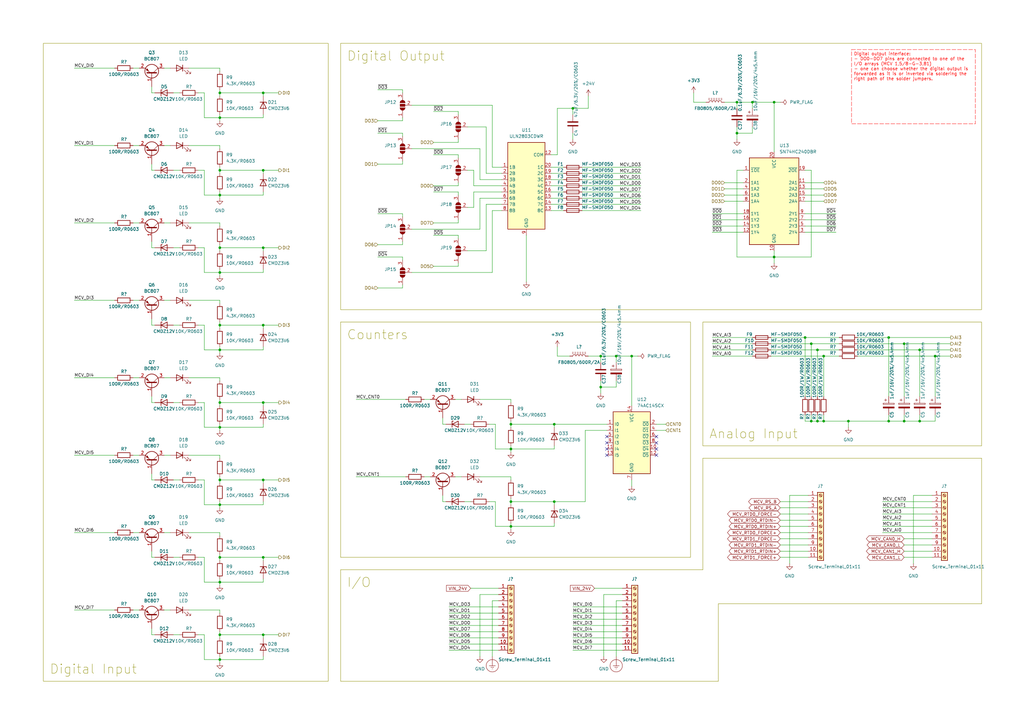
<source format=kicad_sch>
(kicad_sch (version 20230121) (generator eeschema)
  (paper "A3")
  (title_block (date "2023-09-02"))
  (junction (at 209.55 205.74))
  (junction (at 335.28 143.51))
  (junction (at 90.17 196.85))
  (junction (at 107.95 101.6))
  (junction (at 259.08 146.05))
  (junction (at 107.95 196.85))
  (junction (at 246.38 158.75))
  (junction (at 377.19 143.51))
  (junction (at 383.54 146.05))
  (junction (at 90.17 48.26))
  (junction (at 90.17 165.1))
  (junction (at 364.49 172.72))
  (junction (at 246.38 146.05))
  (junction (at 347.98 172.72))
  (junction (at 90.17 69.85))
  (junction (at 90.17 270.51))
  (junction (at 107.95 260.35))
  (junction (at 90.17 80.01))
  (junction (at 370.84 140.97))
  (junction (at 227.33 173.99))
  (junction (at 317.5 105.41))
  (junction (at 90.17 207.01))
  (junction (at 107.95 133.35))
  (junction (at 364.49 138.43))
  (junction (at 209.55 215.9))
  (junction (at 209.55 184.15))
  (junction (at 302.26 54.61))
  (junction (at 330.2 138.43))
  (junction (at 332.74 172.72))
  (junction (at 107.95 228.6))
  (junction (at 107.95 69.85))
  (junction (at 370.84 172.72))
  (junction (at 90.17 143.51))
  (junction (at 90.17 101.6))
  (junction (at 90.17 228.6))
  (junction (at 335.28 172.72))
  (junction (at 90.17 238.76))
  (junction (at 90.17 111.76))
  (junction (at 90.17 175.26))
  (junction (at 337.82 146.05))
  (junction (at 90.17 133.35))
  (junction (at 302.26 41.91))
  (junction (at 234.95 44.45))
  (junction (at 107.95 165.1))
  (junction (at 107.95 38.1))
  (junction (at 317.5 41.91))
  (junction (at 377.19 172.72))
  (junction (at 227.33 205.74))
  (junction (at 332.74 140.97))
  (junction (at 90.17 38.1))
  (junction (at 337.82 172.72))
  (junction (at 209.55 173.99))
  (junction (at 308.61 41.91))
  (junction (at 252.73 146.05))
  (junction (at 90.17 260.35))
  (no_connect (at 269.24 181.61))
  (no_connect (at 248.92 179.07))
  (no_connect (at 269.24 179.07))
  (no_connect (at 248.92 186.69))
  (no_connect (at 248.92 181.61))
  (no_connect (at 248.92 184.15))
  (no_connect (at 269.24 184.15))
  (no_connect (at 269.24 186.69))
  (wire (pts (xy 201.93 86.36) (xy 205.74 86.36)))
  (wire (pts (xy 203.2 173.99) (xy 203.2 184.15)))
  (wire (pts (xy 337.82 146.05) (xy 344.17 146.05)))
  (wire (pts (xy 173.99 163.83) (xy 176.53 163.83)))
  (wire (pts (xy 238.76 86.36) (xy 262.89 86.36)))
  (wire (pts (xy 332.74 69.85) (xy 330.2 69.85)))
  (wire (pts (xy 226.06 71.12) (xy 231.14 71.12)))
  (wire (pts (xy 67.31 91.44) (xy 69.85 91.44)))
  (wire (pts (xy 330.2 82.55) (xy 337.82 82.55)))
  (wire (pts (xy 227.33 173.99) (xy 248.92 173.99)))
  (wire (pts (xy 331.47 218.44) (xy 320.04 218.44)))
  (wire (pts (xy 292.1 143.51) (xy 308.61 143.51)))
  (wire (pts (xy 246.38 156.21) (xy 246.38 158.75)))
  (polyline (pts (xy 288.29 233.68) (xy 139.7 233.68)) (stroke (width 0) (color 140 140 0 1)))
  (wire (pts (xy 351.79 143.51) (xy 377.19 143.51)))
  (wire (pts (xy 81.28 228.6) (xy 83.82 228.6)))
  (wire (pts (xy 316.23 146.05) (xy 337.82 146.05)))
  (wire (pts (xy 317.5 105.41) (xy 332.74 105.41)))
  (wire (pts (xy 238.76 73.66) (xy 262.89 73.66)))
  (wire (pts (xy 90.17 123.19) (xy 90.17 124.46)))
  (wire (pts (xy 226.06 83.82) (xy 231.14 83.82)))
  (wire (pts (xy 292.1 146.05) (xy 308.61 146.05)))
  (wire (pts (xy 186.69 195.58) (xy 189.23 195.58)))
  (wire (pts (xy 209.55 184.15) (xy 209.55 185.42)))
  (wire (pts (xy 234.95 54.61) (xy 234.95 57.15)))
  (wire (pts (xy 107.95 165.1) (xy 114.3 165.1)))
  (wire (pts (xy 317.5 41.91) (xy 317.5 62.23)))
  (wire (pts (xy 71.12 133.35) (xy 73.66 133.35)))
  (wire (pts (xy 289.56 41.91) (xy 284.48 41.91)))
  (wire (pts (xy 200.66 173.99) (xy 203.2 173.99)))
  (wire (pts (xy 199.39 102.87) (xy 191.77 102.87)))
  (wire (pts (xy 199.39 102.87) (xy 199.39 83.82)))
  (wire (pts (xy 83.82 133.35) (xy 83.82 143.51)))
  (wire (pts (xy 255.27 264.16) (xy 234.95 264.16)))
  (wire (pts (xy 182.88 173.99) (xy 181.61 173.99)))
  (wire (pts (xy 107.95 165.1) (xy 107.95 166.37)))
  (wire (pts (xy 209.55 205.74) (xy 209.55 207.01)))
  (wire (pts (xy 168.91 43.18) (xy 201.93 43.18)))
  (wire (pts (xy 107.95 207.01) (xy 107.95 205.74)))
  (wire (pts (xy 107.95 38.1) (xy 114.3 38.1)))
  (wire (pts (xy 204.47 266.7) (xy 184.15 266.7)))
  (wire (pts (xy 241.3 39.37) (xy 241.3 44.45)))
  (wire (pts (xy 364.49 138.43) (xy 364.49 162.56)))
  (wire (pts (xy 302.26 44.45) (xy 302.26 41.91)))
  (wire (pts (xy 215.9 96.52) (xy 215.9 115.57)))
  (polyline (pts (xy 288.29 187.96) (xy 288.29 233.68)) (stroke (width 0) (color 140 140 0 1)))
  (wire (pts (xy 226.06 73.66) (xy 231.14 73.66)))
  (wire (pts (xy 90.17 101.6) (xy 107.95 101.6)))
  (wire (pts (xy 90.17 175.26) (xy 90.17 176.53)))
  (wire (pts (xy 292.1 138.43) (xy 308.61 138.43)))
  (wire (pts (xy 364.49 170.18) (xy 364.49 172.72)))
  (wire (pts (xy 83.82 238.76) (xy 90.17 238.76)))
  (wire (pts (xy 154.94 118.11) (xy 165.1 118.11)))
  (wire (pts (xy 107.95 111.76) (xy 107.95 110.49)))
  (wire (pts (xy 107.95 260.35) (xy 114.3 260.35)))
  (wire (pts (xy 382.27 203.2) (xy 374.65 203.2)))
  (wire (pts (xy 383.54 172.72) (xy 383.54 170.18)))
  (wire (pts (xy 209.55 205.74) (xy 209.55 204.47)))
  (wire (pts (xy 335.28 143.51) (xy 344.17 143.51)))
  (wire (pts (xy 187.96 96.52) (xy 187.96 97.79)))
  (wire (pts (xy 107.95 48.26) (xy 107.95 46.99)))
  (wire (pts (xy 177.8 58.42) (xy 187.96 58.42)))
  (wire (pts (xy 90.17 78.74) (xy 90.17 80.01)))
  (wire (pts (xy 154.94 54.61) (xy 165.1 54.61)))
  (wire (pts (xy 383.54 146.05) (xy 389.89 146.05)))
  (wire (pts (xy 201.93 111.76) (xy 201.93 86.36)))
  (wire (pts (xy 201.93 68.58) (xy 205.74 68.58)))
  (wire (pts (xy 77.47 154.94) (xy 90.17 154.94)))
  (wire (pts (xy 62.23 38.1) (xy 62.23 35.56)))
  (wire (pts (xy 331.47 228.6) (xy 320.04 228.6)))
  (wire (pts (xy 361.95 205.74) (xy 382.27 205.74)))
  (wire (pts (xy 320.04 205.74) (xy 331.47 205.74)))
  (wire (pts (xy 168.91 93.98) (xy 196.85 93.98)))
  (wire (pts (xy 177.8 109.22) (xy 187.96 109.22)))
  (wire (pts (xy 107.95 143.51) (xy 107.95 142.24)))
  (wire (pts (xy 292.1 87.63) (xy 304.8 87.63)))
  (wire (pts (xy 247.65 243.84) (xy 247.65 269.24)))
  (wire (pts (xy 90.17 133.35) (xy 90.17 132.08)))
  (wire (pts (xy 316.23 140.97) (xy 332.74 140.97)))
  (wire (pts (xy 382.27 220.98) (xy 370.84 220.98)))
  (wire (pts (xy 62.23 69.85) (xy 62.23 67.31)))
  (wire (pts (xy 204.47 256.54) (xy 184.15 256.54)))
  (wire (pts (xy 90.17 260.35) (xy 90.17 261.62)))
  (wire (pts (xy 90.17 175.26) (xy 107.95 175.26)))
  (wire (pts (xy 90.17 111.76) (xy 90.17 113.03)))
  (wire (pts (xy 194.31 78.74) (xy 205.74 78.74)))
  (wire (pts (xy 90.17 218.44) (xy 90.17 219.71)))
  (wire (pts (xy 90.17 237.49) (xy 90.17 238.76)))
  (wire (pts (xy 252.73 246.38) (xy 252.73 269.24)))
  (wire (pts (xy 81.28 133.35) (xy 83.82 133.35)))
  (wire (pts (xy 107.95 133.35) (xy 107.95 134.62)))
  (wire (pts (xy 227.33 215.9) (xy 227.33 214.63)))
  (wire (pts (xy 332.74 170.18) (xy 332.74 172.72)))
  (wire (pts (xy 83.82 143.51) (xy 90.17 143.51)))
  (polyline (pts (xy 288.29 187.96) (xy 402.59 187.96)) (stroke (width 0) (color 140 140 0 1)))
  (wire (pts (xy 297.18 77.47) (xy 304.8 77.47)))
  (wire (pts (xy 226.06 81.28) (xy 231.14 81.28)))
  (wire (pts (xy 228.6 44.45) (xy 234.95 44.45)))
  (wire (pts (xy 382.27 213.36) (xy 361.95 213.36)))
  (wire (pts (xy 165.1 54.61) (xy 165.1 55.88)))
  (wire (pts (xy 227.33 205.74) (xy 227.33 207.01)))
  (wire (pts (xy 255.27 256.54) (xy 234.95 256.54)))
  (wire (pts (xy 196.85 60.96) (xy 196.85 73.66)))
  (wire (pts (xy 90.17 80.01) (xy 107.95 80.01)))
  (wire (pts (xy 90.17 133.35) (xy 90.17 134.62)))
  (wire (pts (xy 71.12 260.35) (xy 73.66 260.35)))
  (wire (pts (xy 165.1 118.11) (xy 165.1 116.84)))
  (wire (pts (xy 90.17 59.69) (xy 90.17 60.96)))
  (wire (pts (xy 177.8 91.44) (xy 187.96 91.44)))
  (wire (pts (xy 382.27 215.9) (xy 361.95 215.9)))
  (wire (pts (xy 252.73 156.21) (xy 252.73 158.75)))
  (wire (pts (xy 90.17 238.76) (xy 90.17 240.03)))
  (wire (pts (xy 234.95 44.45) (xy 234.95 46.99)))
  (wire (pts (xy 81.28 196.85) (xy 83.82 196.85)))
  (wire (pts (xy 90.17 69.85) (xy 90.17 68.58)))
  (wire (pts (xy 331.47 220.98) (xy 320.04 220.98)))
  (wire (pts (xy 255.27 266.7) (xy 234.95 266.7)))
  (wire (pts (xy 107.95 228.6) (xy 114.3 228.6)))
  (wire (pts (xy 90.17 48.26) (xy 90.17 49.53)))
  (wire (pts (xy 90.17 91.44) (xy 90.17 92.71)))
  (wire (pts (xy 83.82 207.01) (xy 90.17 207.01)))
  (wire (pts (xy 90.17 260.35) (xy 107.95 260.35)))
  (wire (pts (xy 83.82 101.6) (xy 83.82 111.76)))
  (wire (pts (xy 83.82 165.1) (xy 83.82 175.26)))
  (wire (pts (xy 196.85 73.66) (xy 205.74 73.66)))
  (wire (pts (xy 67.31 186.69) (xy 69.85 186.69)))
  (wire (pts (xy 317.5 105.41) (xy 317.5 107.95)))
  (wire (pts (xy 209.55 173.99) (xy 209.55 175.26)))
  (wire (pts (xy 204.47 246.38) (xy 201.93 246.38)))
  (wire (pts (xy 71.12 196.85) (xy 73.66 196.85)))
  (wire (pts (xy 330.2 138.43) (xy 330.2 162.56)))
  (wire (pts (xy 302.26 105.41) (xy 317.5 105.41)))
  (wire (pts (xy 330.2 172.72) (xy 332.74 172.72)))
  (wire (pts (xy 90.17 101.6) (xy 90.17 100.33)))
  (wire (pts (xy 90.17 270.51) (xy 107.95 270.51)))
  (wire (pts (xy 302.26 54.61) (xy 302.26 57.15)))
  (wire (pts (xy 335.28 143.51) (xy 335.28 162.56)))
  (wire (pts (xy 107.95 196.85) (xy 114.3 196.85)))
  (wire (pts (xy 317.5 41.91) (xy 308.61 41.91)))
  (wire (pts (xy 181.61 173.99) (xy 181.61 171.45)))
  (wire (pts (xy 226.06 76.2) (xy 231.14 76.2)))
  (wire (pts (xy 177.8 78.74) (xy 187.96 78.74)))
  (wire (pts (xy 77.47 91.44) (xy 90.17 91.44)))
  (wire (pts (xy 30.48 154.94) (xy 46.99 154.94)))
  (wire (pts (xy 90.17 111.76) (xy 107.95 111.76)))
  (wire (pts (xy 252.73 158.75) (xy 246.38 158.75)))
  (wire (pts (xy 297.18 41.91) (xy 302.26 41.91)))
  (wire (pts (xy 62.23 101.6) (xy 62.23 99.06)))
  (wire (pts (xy 259.08 146.05) (xy 259.08 166.37)))
  (polyline (pts (xy 139.7 279.4) (xy 294.64 279.4)) (stroke (width 0) (color 140 140 0 1)))
  (wire (pts (xy 90.17 110.49) (xy 90.17 111.76)))
  (wire (pts (xy 302.26 41.91) (xy 308.61 41.91)))
  (wire (pts (xy 209.55 215.9) (xy 209.55 217.17)))
  (polyline (pts (xy 294.64 247.65) (xy 402.59 247.65)) (stroke (width 0) (color 140 140 0 1)))
  (wire (pts (xy 90.17 101.6) (xy 90.17 102.87)))
  (wire (pts (xy 241.3 146.05) (xy 246.38 146.05)))
  (wire (pts (xy 107.95 80.01) (xy 107.95 78.74)))
  (wire (pts (xy 63.5 260.35) (xy 62.23 260.35)))
  (wire (pts (xy 227.33 205.74) (xy 240.03 205.74)))
  (wire (pts (xy 330.2 92.71) (xy 342.9 92.71)))
  (wire (pts (xy 62.23 196.85) (xy 62.23 194.31)))
  (wire (pts (xy 187.96 64.77) (xy 187.96 63.5)))
  (wire (pts (xy 204.47 241.3) (xy 193.04 241.3)))
  (wire (pts (xy 209.55 195.58) (xy 209.55 196.85)))
  (wire (pts (xy 382.27 218.44) (xy 361.95 218.44)))
  (wire (pts (xy 77.47 186.69) (xy 90.17 186.69)))
  (wire (pts (xy 331.47 213.36) (xy 320.04 213.36)))
  (wire (pts (xy 107.95 101.6) (xy 107.95 102.87)))
  (wire (pts (xy 107.95 175.26) (xy 107.95 173.99)))
  (wire (pts (xy 54.61 154.94) (xy 57.15 154.94)))
  (wire (pts (xy 63.5 133.35) (xy 62.23 133.35)))
  (wire (pts (xy 316.23 138.43) (xy 330.2 138.43)))
  (wire (pts (xy 182.88 205.74) (xy 181.61 205.74)))
  (wire (pts (xy 81.28 165.1) (xy 83.82 165.1)))
  (wire (pts (xy 332.74 140.97) (xy 344.17 140.97)))
  (wire (pts (xy 154.94 100.33) (xy 165.1 100.33)))
  (wire (pts (xy 320.04 208.28) (xy 331.47 208.28)))
  (wire (pts (xy 90.17 165.1) (xy 90.17 166.37)))
  (wire (pts (xy 347.98 172.72) (xy 347.98 175.26)))
  (wire (pts (xy 304.8 69.85) (xy 302.26 69.85)))
  (wire (pts (xy 199.39 52.07) (xy 199.39 71.12)))
  (wire (pts (xy 83.82 175.26) (xy 90.17 175.26)))
  (wire (pts (xy 252.73 146.05) (xy 259.08 146.05)))
  (wire (pts (xy 196.85 243.84) (xy 196.85 269.24)))
  (wire (pts (xy 187.96 74.93) (xy 187.96 76.2)))
  (wire (pts (xy 255.27 259.08) (xy 234.95 259.08)))
  (wire (pts (xy 62.23 228.6) (xy 62.23 226.06)))
  (wire (pts (xy 107.95 69.85) (xy 107.95 71.12)))
  (wire (pts (xy 83.82 196.85) (xy 83.82 207.01)))
  (wire (pts (xy 331.47 203.2) (xy 323.85 203.2)))
  (polyline (pts (xy 139.7 233.68) (xy 139.7 279.4)) (stroke (width 0) (color 140 140 0 1)))
  (wire (pts (xy 77.47 27.94) (xy 90.17 27.94)))
  (wire (pts (xy 83.82 48.26) (xy 90.17 48.26)))
  (wire (pts (xy 330.2 90.17) (xy 342.9 90.17)))
  (wire (pts (xy 30.48 59.69) (xy 46.99 59.69)))
  (wire (pts (xy 63.5 38.1) (xy 62.23 38.1)))
  (wire (pts (xy 238.76 68.58) (xy 262.89 68.58)))
  (wire (pts (xy 165.1 88.9) (xy 165.1 87.63)))
  (wire (pts (xy 90.17 269.24) (xy 90.17 270.51)))
  (wire (pts (xy 331.47 210.82) (xy 320.04 210.82)))
  (wire (pts (xy 54.61 91.44) (xy 57.15 91.44)))
  (wire (pts (xy 63.5 196.85) (xy 62.23 196.85)))
  (wire (pts (xy 377.19 143.51) (xy 389.89 143.51)))
  (wire (pts (xy 255.27 241.3) (xy 243.84 241.3)))
  (wire (pts (xy 67.31 250.19) (xy 69.85 250.19)))
  (wire (pts (xy 331.47 215.9) (xy 320.04 215.9)))
  (wire (pts (xy 337.82 172.72) (xy 347.98 172.72)))
  (wire (pts (xy 194.31 69.85) (xy 191.77 69.85)))
  (wire (pts (xy 252.73 146.05) (xy 252.73 148.59)))
  (wire (pts (xy 67.31 123.19) (xy 69.85 123.19)))
  (wire (pts (xy 154.94 36.83) (xy 165.1 36.83)))
  (wire (pts (xy 63.5 165.1) (xy 62.23 165.1)))
  (wire (pts (xy 196.85 163.83) (xy 209.55 163.83)))
  (wire (pts (xy 187.96 45.72) (xy 187.96 46.99)))
  (wire (pts (xy 228.6 44.45) (xy 228.6 63.5)))
  (wire (pts (xy 90.17 186.69) (xy 90.17 187.96)))
  (wire (pts (xy 154.94 105.41) (xy 165.1 105.41)))
  (wire (pts (xy 54.61 59.69) (xy 57.15 59.69)))
  (wire (pts (xy 62.23 133.35) (xy 62.23 130.81)))
  (wire (pts (xy 199.39 83.82) (xy 205.74 83.82)))
  (wire (pts (xy 30.48 27.94) (xy 46.99 27.94)))
  (wire (pts (xy 90.17 38.1) (xy 90.17 36.83)))
  (wire (pts (xy 63.5 69.85) (xy 62.23 69.85)))
  (wire (pts (xy 255.27 254) (xy 234.95 254)))
  (wire (pts (xy 228.6 63.5) (xy 226.06 63.5)))
  (wire (pts (xy 317.5 102.87) (xy 317.5 105.41)))
  (wire (pts (xy 209.55 163.83) (xy 209.55 165.1)))
  (wire (pts (xy 233.68 146.05) (xy 228.6 146.05)))
  (wire (pts (xy 361.95 208.28) (xy 382.27 208.28)))
  (wire (pts (xy 90.17 133.35) (xy 107.95 133.35)))
  (wire (pts (xy 90.17 228.6) (xy 107.95 228.6)))
  (wire (pts (xy 90.17 238.76) (xy 107.95 238.76)))
  (wire (pts (xy 238.76 71.12) (xy 262.89 71.12)))
  (wire (pts (xy 107.95 69.85) (xy 114.3 69.85)))
  (wire (pts (xy 330.2 77.47) (xy 337.82 77.47)))
  (wire (pts (xy 204.47 264.16) (xy 184.15 264.16)))
  (wire (pts (xy 107.95 270.51) (xy 107.95 269.24)))
  (wire (pts (xy 71.12 101.6) (xy 73.66 101.6)))
  (wire (pts (xy 90.17 165.1) (xy 90.17 163.83)))
  (wire (pts (xy 190.5 173.99) (xy 193.04 173.99)))
  (wire (pts (xy 30.48 186.69) (xy 46.99 186.69)))
  (wire (pts (xy 90.17 196.85) (xy 90.17 198.12)))
  (wire (pts (xy 177.8 96.52) (xy 187.96 96.52)))
  (wire (pts (xy 370.84 140.97) (xy 389.89 140.97)))
  (wire (pts (xy 209.55 182.88) (xy 209.55 184.15)))
  (wire (pts (xy 77.47 218.44) (xy 90.17 218.44)))
  (wire (pts (xy 190.5 205.74) (xy 193.04 205.74)))
  (wire (pts (xy 209.55 215.9) (xy 227.33 215.9)))
  (wire (pts (xy 83.82 270.51) (xy 90.17 270.51)))
  (wire (pts (xy 201.93 246.38) (xy 201.93 269.24)))
  (wire (pts (xy 107.95 260.35) (xy 107.95 261.62)))
  (wire (pts (xy 320.04 41.91) (xy 317.5 41.91)))
  (wire (pts (xy 63.5 228.6) (xy 62.23 228.6)))
  (wire (pts (xy 194.31 76.2) (xy 205.74 76.2)))
  (wire (pts (xy 81.28 260.35) (xy 83.82 260.35)))
  (wire (pts (xy 90.17 205.74) (xy 90.17 207.01)))
  (wire (pts (xy 77.47 250.19) (xy 90.17 250.19)))
  (wire (pts (xy 90.17 260.35) (xy 90.17 259.08)))
  (wire (pts (xy 90.17 165.1) (xy 107.95 165.1)))
  (wire (pts (xy 259.08 196.85) (xy 259.08 199.39)))
  (wire (pts (xy 204.47 251.46) (xy 184.15 251.46)))
  (wire (pts (xy 332.74 172.72) (xy 335.28 172.72)))
  (wire (pts (xy 90.17 173.99) (xy 90.17 175.26)))
  (wire (pts (xy 374.65 203.2) (xy 374.65 231.14)))
  (wire (pts (xy 165.1 67.31) (xy 165.1 66.04)))
  (wire (pts (xy 107.95 133.35) (xy 114.3 133.35)))
  (wire (pts (xy 67.31 154.94) (xy 69.85 154.94)))
  (wire (pts (xy 186.69 163.83) (xy 189.23 163.83)))
  (wire (pts (xy 154.94 67.31) (xy 165.1 67.31)))
  (wire (pts (xy 187.96 107.95) (xy 187.96 109.22)))
  (wire (pts (xy 351.79 146.05) (xy 383.54 146.05)))
  (wire (pts (xy 297.18 74.93) (xy 304.8 74.93)))
  (wire (pts (xy 199.39 71.12) (xy 205.74 71.12)))
  (wire (pts (xy 173.99 195.58) (xy 176.53 195.58)))
  (wire (pts (xy 187.96 78.74) (xy 187.96 80.01)))
  (wire (pts (xy 90.17 38.1) (xy 90.17 39.37)))
  (wire (pts (xy 246.38 158.75) (xy 246.38 161.29)))
  (wire (pts (xy 370.84 172.72) (xy 377.19 172.72)))
  (wire (pts (xy 332.74 140.97) (xy 332.74 162.56)))
  (wire (pts (xy 54.61 250.19) (xy 57.15 250.19)))
  (wire (pts (xy 246.38 146.05) (xy 252.73 146.05)))
  (wire (pts (xy 238.76 76.2) (xy 262.89 76.2)))
  (wire (pts (xy 226.06 78.74) (xy 231.14 78.74)))
  (wire (pts (xy 383.54 146.05) (xy 383.54 162.56)))
  (wire (pts (xy 67.31 59.69) (xy 69.85 59.69)))
  (wire (pts (xy 90.17 46.99) (xy 90.17 48.26)))
  (wire (pts (xy 246.38 148.59) (xy 246.38 146.05)))
  (wire (pts (xy 177.8 76.2) (xy 187.96 76.2)))
  (wire (pts (xy 284.48 38.1) (xy 284.48 41.91)))
  (wire (pts (xy 90.17 69.85) (xy 107.95 69.85)))
  (wire (pts (xy 226.06 86.36) (xy 231.14 86.36)))
  (wire (pts (xy 107.95 38.1) (xy 107.95 39.37)))
  (wire (pts (xy 269.24 176.53) (xy 273.05 176.53)))
  (wire (pts (xy 90.17 196.85) (xy 107.95 196.85)))
  (wire (pts (xy 200.66 205.74) (xy 203.2 205.74)))
  (wire (pts (xy 302.26 52.07) (xy 302.26 54.61)))
  (wire (pts (xy 382.27 210.82) (xy 361.95 210.82)))
  (wire (pts (xy 370.84 170.18) (xy 370.84 172.72)))
  (wire (pts (xy 351.79 138.43) (xy 364.49 138.43)))
  (wire (pts (xy 107.95 228.6) (xy 107.95 229.87)))
  (wire (pts (xy 90.17 143.51) (xy 90.17 144.78)))
  (wire (pts (xy 90.17 207.01) (xy 107.95 207.01)))
  (wire (pts (xy 90.17 48.26) (xy 107.95 48.26)))
  (wire (pts (xy 364.49 138.43) (xy 389.89 138.43)))
  (wire (pts (xy 90.17 207.01) (xy 90.17 208.28)))
  (wire (pts (xy 255.27 261.62) (xy 234.95 261.62)))
  (wire (pts (xy 83.82 69.85) (xy 83.82 80.01)))
  (wire (pts (xy 308.61 52.07) (xy 308.61 54.61)))
  (wire (pts (xy 201.93 111.76) (xy 168.91 111.76)))
  (wire (pts (xy 330.2 170.18) (xy 330.2 172.72)))
  (wire (pts (xy 181.61 205.74) (xy 181.61 203.2)))
  (wire (pts (xy 209.55 205.74) (xy 227.33 205.74)))
  (wire (pts (xy 54.61 186.69) (xy 57.15 186.69)))
  (wire (pts (xy 203.2 205.74) (xy 203.2 215.9)))
  (wire (pts (xy 77.47 59.69) (xy 90.17 59.69)))
  (polyline (pts (xy 294.64 279.4) (xy 294.64 247.65)) (stroke (width 0) (color 140 140 0 1)))
  (wire (pts (xy 168.91 60.96) (xy 196.85 60.96)))
  (wire (pts (xy 308.61 41.91) (xy 308.61 44.45)))
  (wire (pts (xy 382.27 228.6) (xy 370.84 228.6)))
  (wire (pts (xy 90.17 27.94) (xy 90.17 29.21)))
  (wire (pts (xy 146.05 195.58) (xy 166.37 195.58)))
  (wire (pts (xy 209.55 173.99) (xy 227.33 173.99)))
  (wire (pts (xy 238.76 78.74) (xy 262.89 78.74)))
  (wire (pts (xy 209.55 184.15) (xy 227.33 184.15)))
  (wire (pts (xy 63.5 101.6) (xy 62.23 101.6)))
  (wire (pts (xy 292.1 95.25) (xy 304.8 95.25)))
  (wire (pts (xy 30.48 91.44) (xy 46.99 91.44)))
  (wire (pts (xy 30.48 123.19) (xy 46.99 123.19)))
  (wire (pts (xy 382.27 223.52) (xy 370.84 223.52)))
  (wire (pts (xy 187.96 58.42) (xy 187.96 57.15)))
  (wire (pts (xy 62.23 165.1) (xy 62.23 162.56)))
  (wire (pts (xy 227.33 184.15) (xy 227.33 182.88)))
  (wire (pts (xy 323.85 203.2) (xy 323.85 231.14)))
  (wire (pts (xy 77.47 123.19) (xy 90.17 123.19)))
  (wire (pts (xy 248.92 176.53) (xy 240.03 176.53)))
  (wire (pts (xy 204.47 259.08) (xy 184.15 259.08)))
  (wire (pts (xy 331.47 226.06) (xy 320.04 226.06)))
  (wire (pts (xy 90.17 142.24) (xy 90.17 143.51)))
  (wire (pts (xy 347.98 172.72) (xy 364.49 172.72)))
  (wire (pts (xy 351.79 140.97) (xy 370.84 140.97)))
  (wire (pts (xy 90.17 196.85) (xy 90.17 195.58)))
  (wire (pts (xy 81.28 69.85) (xy 83.82 69.85)))
  (wire (pts (xy 337.82 146.05) (xy 337.82 162.56)))
  (wire (pts (xy 269.24 173.99) (xy 273.05 173.99)))
  (wire (pts (xy 292.1 140.97) (xy 308.61 140.97)))
  (wire (pts (xy 83.82 38.1) (xy 83.82 48.26)))
  (wire (pts (xy 204.47 248.92) (xy 184.15 248.92)))
  (wire (pts (xy 199.39 52.07) (xy 191.77 52.07)))
  (wire (pts (xy 302.26 69.85) (xy 302.26 105.41)))
  (wire (pts (xy 90.17 80.01) (xy 90.17 81.28)))
  (wire (pts (xy 90.17 250.19) (xy 90.17 251.46)))
  (wire (pts (xy 154.94 49.53) (xy 165.1 49.53)))
  (wire (pts (xy 54.61 123.19) (xy 57.15 123.19)))
  (wire (pts (xy 377.19 170.18) (xy 377.19 172.72)))
  (wire (pts (xy 337.82 170.18) (xy 337.82 172.72)))
  (wire (pts (xy 83.82 260.35) (xy 83.82 270.51)))
  (wire (pts (xy 203.2 184.15) (xy 209.55 184.15)))
  (wire (pts (xy 90.17 38.1) (xy 107.95 38.1)))
  (wire (pts (xy 330.2 74.93) (xy 337.82 74.93)))
  (wire (pts (xy 196.85 93.98) (xy 196.85 81.28)))
  (wire (pts (xy 335.28 170.18) (xy 335.28 172.72)))
  (wire (pts (xy 187.96 91.44) (xy 187.96 90.17)))
  (wire (pts (xy 30.48 250.19) (xy 46.99 250.19)))
  (wire (pts (xy 90.17 228.6) (xy 90.17 229.87)))
  (wire (pts (xy 67.31 27.94) (xy 69.85 27.94)))
  (wire (pts (xy 204.47 243.84) (xy 196.85 243.84)))
  (wire (pts (xy 194.31 85.09) (xy 191.77 85.09)))
  (wire (pts (xy 228.6 142.24) (xy 228.6 146.05)))
  (wire (pts (xy 238.76 81.28) (xy 262.89 81.28)))
  (wire (pts (xy 90.17 228.6) (xy 90.17 227.33)))
  (wire (pts (xy 196.85 81.28) (xy 205.74 81.28)))
  (wire (pts (xy 255.27 248.92) (xy 234.95 248.92)))
  (wire (pts (xy 234.95 44.45) (xy 241.3 44.45)))
  (wire (pts (xy 255.27 246.38) (xy 252.73 246.38)))
  (wire (pts (xy 107.95 238.76) (xy 107.95 237.49)))
  (wire (pts (xy 71.12 228.6) (xy 73.66 228.6)))
  (wire (pts (xy 203.2 215.9) (xy 209.55 215.9)))
  (wire (pts (xy 165.1 105.41) (xy 165.1 106.68)))
  (wire (pts (xy 382.27 226.06) (xy 370.84 226.06)))
  (wire (pts (xy 146.05 163.83) (xy 166.37 163.83)))
  (wire (pts (xy 196.85 195.58) (xy 209.55 195.58)))
  (wire (pts (xy 177.8 63.5) (xy 187.96 63.5)))
  (wire (pts (xy 165.1 100.33) (xy 165.1 99.06)))
  (wire (pts (xy 90.17 154.94) (xy 90.17 156.21)))
  (wire (pts (xy 227.33 173.99) (xy 227.33 175.26)))
  (wire (pts (xy 292.1 90.17) (xy 304.8 90.17)))
  (wire (pts (xy 316.23 143.51) (xy 335.28 143.51)))
  (wire (pts (xy 335.28 172.72) (xy 337.82 172.72)))
  (wire (pts (xy 292.1 92.71) (xy 304.8 92.71)))
  (wire (pts (xy 330.2 95.25) (xy 342.9 95.25)))
  (wire (pts (xy 332.74 105.41) (xy 332.74 69.85)))
  (polyline (pts (xy 402.59 247.65) (xy 402.59 187.96)) (stroke (width 0) (color 140 140 0 1)))
  (wire (pts (xy 71.12 38.1) (xy 73.66 38.1)))
  (wire (pts (xy 107.95 196.85) (xy 107.95 198.12)))
  (wire (pts (xy 204.47 261.62) (xy 184.15 261.62)))
  (wire (pts (xy 62.23 260.35) (xy 62.23 257.81)))
  (wire (pts (xy 364.49 172.72) (xy 370.84 172.72)))
  (wire (pts (xy 209.55 214.63) (xy 209.55 215.9)))
  (wire (pts (xy 201.93 43.18) (xy 201.93 68.58)))
  (wire (pts (xy 330.2 138.43) (xy 344.17 138.43)))
  (wire (pts (xy 154.94 87.63) (xy 165.1 87.63)))
  (wire (pts (xy 240.03 176.53) (xy 240.03 205.74)))
  (wire (pts (xy 377.19 143.51) (xy 377.19 162.56)))
  (wire (pts (xy 90.17 143.51) (xy 107.95 143.51)))
  (wire (pts (xy 81.28 38.1) (xy 83.82 38.1)))
  (wire (pts (xy 370.84 140.97) (xy 370.84 162.56)))
  (wire (pts (xy 238.76 83.82) (xy 262.89 83.82)))
  (wire (pts (xy 209.55 173.99) (xy 209.55 172.72)))
  (wire (pts (xy 107.95 101.6) (xy 114.3 101.6)))
  (wire (pts (xy 83.82 80.01) (xy 90.17 80.01)))
  (wire (pts (xy 297.18 80.01) (xy 304.8 80.01)))
  (wire (pts (xy 255.27 243.84) (xy 247.65 243.84)))
  (wire (pts (xy 90.17 270.51) (xy 90.17 271.78)))
  (wire (pts (xy 226.06 68.58) (xy 231.14 68.58)))
  (wire (pts (xy 71.12 69.85) (xy 73.66 69.85)))
  (wire (pts (xy 255.27 251.46) (xy 234.95 251.46)))
  (wire (pts (xy 165.1 49.53) (xy 165.1 48.26)))
  (wire (pts (xy 194.31 85.09) (xy 194.31 78.74)))
  (wire (pts (xy 81.28 101.6) (xy 83.82 101.6)))
  (wire (pts (xy 308.61 54.61) (xy 302.26 54.61)))
  (wire (pts (xy 204.47 254) (xy 184.15 254)))
  (wire (pts (xy 377.19 172.72) (xy 383.54 172.72)))
  (wire (pts (xy 83.82 111.76) (xy 90.17 111.76)))
  (wire (pts (xy 54.61 27.94) (xy 57.15 27.94)))
  (wire (pts (xy 331.47 223.52) (xy 320.04 223.52)))
  (wire (pts (xy 297.18 82.55) (xy 304.8 82.55)))
  (wire (pts (xy 67.31 218.44) (xy 69.85 218.44)))
  (wire (pts (xy 330.2 80.01) (xy 337.82 80.01)))
  (wire (pts (xy 90.17 69.85) (xy 90.17 71.12)))
  (wire (pts (xy 177.8 45.72) (xy 187.96 45.72)))
  (wire (pts (xy 330.2 87.63) (xy 342.9 87.63)))
  (wire (pts (xy 194.31 69.85) (xy 194.31 76.2)))
  (wire (pts (xy 30.48 218.44) (xy 46.99 218.44)))
  (wire (pts (xy 83.82 228.6) (xy 83.82 238.76)))
  (wire (pts (xy 54.61 218.44) (xy 57.15 218.44)))
  (wire (pts (xy 165.1 36.83) (xy 165.1 38.1)))
  (wire (pts (xy 259.08 146.05) (xy 261.62 146.05)))
  (wire (pts (xy 71.12 165.1) (xy 73.66 165.1)))
  (rectangle (start 139.7 17.78) (end 402.59 127) (stroke (width 0) (color 140 140 0 1)))
  (rectangle (start 288.29 132.08) (end 402.59 182.88) (stroke (width 0) (color 140 140 0 1)))
  (rectangle (start 17.78 17.78) (end 134.62 279.4) (stroke (width 0) (color 140 140 0 1)))
  (rectangle (start 139.7 132.08) (end 283.21 228.6) (stroke (width 0) (color 140 140 0 1)))
  (text_box "Digital output interface:\n- DO0-DO7 pins are connected to one of the I/O arrays (MCV 1,5/8-G-3,81)\n- one can choose whether the digital output is forwarded as it is or inverted via soldering the right path of the solder jumpers." (at 349.25 20.32 0) (size 50.8 30.48) (stroke (width 0) (type dash) (color 255 0 0 1)) (effects (font (size 1.27 1.27)) (justify left top)))
  (text "Digital Input\n" (at 20.32 276.86 0) (effects (font (size 3.81 3.81)) (justify left bottom)))
  (text "Analog Input" (at 290.83 180.34 0) (effects (font (size 3.81 3.81)) (justify left bottom)))
  (text "Counters\n" (at 142.24 139.7 0) (effects (font (size 3.81 3.81)) (justify left bottom)))
  (text "I/O\n" (at 142.24 241.3 0) (effects (font (size 3.81 3.81)) (justify left bottom)))
  (text "Digital Output" (at 142.24 25.4 0) (effects (font (size 3.81 3.81)) (justify left bottom)))
  (label "MCV_AI3" (at 292.1 138.43 0))
  (label "MCV_DO4" (at 262.89 86.36 180))
  (label "MCV_DI4" (at 30.48 154.94 0))
  (label "~{DO4}" (at 342.9 87.63 180))
  (label "MCV_DO5" (at 184.15 264.16 0))
  (label "~{DO1}" (at 292.1 90.17 0))
  (label "MCV_DI7" (at 234.95 266.7 0))
  (label "MCV_AI2" (at 361.95 213.36 0))
  (label "MCV_AI0" (at 361.95 218.44 0))
  (label "MCV_DO2" (at 184.15 254 0))
  (label "MCV_DO6" (at 184.15 261.62 0))
  (label "MCV_AI0" (at 292.1 146.05 0))
  (label "MCV_AI3" (at 361.95 210.82 0))
  (label "MCV_DO0" (at 184.15 256.54 0))
  (label "MCV_DI5" (at 234.95 261.62 0))
  (label "MCV_CNT0" (at 146.05 163.83 0))
  (label "MCV_AI1" (at 292.1 143.51 0))
  (label "MCV_DO3" (at 184.15 248.92 0))
  (label "MCV_DO0" (at 262.89 76.2 180))
  (label "MCV_DI1" (at 30.48 59.69 0))
  (label "~{DO3}" (at 154.94 36.83 0))
  (label "MCV_CNT1" (at 146.05 195.58 0))
  (label "MCV_DI2" (at 30.48 91.44 0))
  (label "MCV_CNT1" (at 361.95 208.28 0))
  (label "~{DO0}" (at 177.8 63.5 0))
  (label "MCV_DI0" (at 30.48 27.94 0))
  (label "MCV_DO4" (at 184.15 266.7 0))
  (label "MCV_DO5" (at 262.89 83.82 180))
  (label "MCV_DI6" (at 234.95 264.16 0))
  (label "~{DO4}" (at 154.94 105.41 0))
  (label "MCV_DI0" (at 234.95 248.92 0))
  (label "MCV_DI1" (at 234.95 251.46 0))
  (label "MCV_DI2" (at 234.95 254 0))
  (label "MCV_DO2" (at 262.89 71.12 180))
  (label "~{DO2}" (at 177.8 45.72 0))
  (label "MCV_DO7" (at 262.89 78.74 180))
  (label "MCV_DI3" (at 30.48 123.19 0))
  (label "MCV_AI1" (at 361.95 215.9 0))
  (label "MCV_DI5" (at 30.48 186.69 0))
  (label "~{DO5}" (at 342.9 90.17 180))
  (label "MCV_DI4" (at 234.95 259.08 0))
  (label "MCV_DI6" (at 30.48 218.44 0))
  (label "~{DO3}" (at 292.1 95.25 0))
  (label "MCV_DO1" (at 262.89 73.66 180))
  (label "~{DO1}" (at 154.94 54.61 0))
  (label "~{DO7}" (at 177.8 78.74 0))
  (label "~{DO0}" (at 292.1 87.63 0))
  (label "MCV_DO3" (at 262.89 68.58 180))
  (label "MCV_DI3" (at 234.95 256.54 0))
  (label "~{DO6}" (at 342.9 92.71 180))
  (label "MCV_CNT0" (at 361.95 205.74 0))
  (label "MCV_DI7" (at 30.48 250.19 0))
  (label "~{DO6}" (at 154.94 87.63 0))
  (label "MCV_AI2" (at 292.1 140.97 0))
  (label "~{DO5}" (at 177.8 96.52 0))
  (label "MCV_DO6" (at 262.89 81.28 180))
  (label "MCV_DO7" (at 184.15 259.08 0))
  (label "~{DO7}" (at 342.9 95.25 180))
  (label "MCV_DO1" (at 184.15 251.46 0))
  (label "~{DO2}" (at 292.1 92.71 0))
  (global_label "MCV_RTD1_RTDIN-" (shape bidirectional) (at 320.04 223.52 180) (property "Intersheetrefs" "${INTERSHEET_REFS}" (effects hide)))
  (global_label "MCV_CAN1_L" (shape bidirectional) (at 370.84 228.6 180) (property "Intersheetrefs" "${INTERSHEET_REFS}" (effects hide)))
  (global_label "MCV_RTD1_FORCE+" (shape bidirectional) (at 320.04 228.6 180) (property "Intersheetrefs" "${INTERSHEET_REFS}" (effects hide)))
  (global_label "VIN_24V" (shape input) (at 243.84 241.3 180) (property "Intersheetrefs" "${INTERSHEET_REFS}" (effects hide)))
  (global_label "MCV_CAN1_H" (shape bidirectional) (at 370.84 226.06 180) (property "Intersheetrefs" "${INTERSHEET_REFS}" (effects hide)))
  (global_label "MCV_CAN0_H" (shape bidirectional) (at 370.84 220.98 180) (property "Intersheetrefs" "${INTERSHEET_REFS}" (effects hide)))
  (global_label "MCV_CAN0_L" (shape bidirectional) (at 370.84 223.52 180) (property "Intersheetrefs" "${INTERSHEET_REFS}" (effects hide)))
  (global_label "MCV_RTD0_RTDIN+" (shape bidirectional) (at 320.04 215.9 180) (property "Intersheetrefs" "${INTERSHEET_REFS}" (effects hide)))
  (global_label "VIN_24V" (shape input) (at 193.04 241.3 180) (property "Intersheetrefs" "${INTERSHEET_REFS}" (effects hide)))
  (global_label "MCV_RTD0_RTDIN-" (shape bidirectional) (at 320.04 213.36 180) (property "Intersheetrefs" "${INTERSHEET_REFS}" (effects hide)))
  (global_label "MCV_RTD1_RTDIN+" (shape bidirectional) (at 320.04 226.06 180) (property "Intersheetrefs" "${INTERSHEET_REFS}" (effects hide)))
  (global_label "MCV_RS_B" (shape bidirectional) (at 320.04 205.74 180) (property "Intersheetrefs" "${INTERSHEET_REFS}" (effects hide)))
  (global_label "MCV_RTD1_FORCE-" (shape bidirectional) (at 320.04 220.98 180) (property "Intersheetrefs" "${INTERSHEET_REFS}" (effects hide)))
  (global_label "MCV_RTD0_FORCE-" (shape bidirectional) (at 320.04 210.82 180) (property "Intersheetrefs" "${INTERSHEET_REFS}" (effects hide)))
  (global_label "MCV_RS_A" (shape bidirectional) (at 320.04 208.28 180) (property "Intersheetrefs" "${INTERSHEET_REFS}" (effects hide)))
  (global_label "MCV_RTD0_FORCE+" (shape bidirectional) (at 320.04 218.44 180) (property "Intersheetrefs" "${INTERSHEET_REFS}" (effects hide)))
  (hierarchical_label "DO2" (shape input) (at 177.8 58.42 180))
  (hierarchical_label "DO6" (shape input) (at 154.94 100.33 180))
  (hierarchical_label "CNT0" (shape input) (at 273.05 173.99 0))
  (hierarchical_label "DI3" (shape output) (at 114.3 133.35 0))
  (hierarchical_label "DI0" (shape output) (at 114.3 38.1 0))
  (hierarchical_label "DO3" (shape input) (at 154.94 49.53 180))
  (hierarchical_label "DO4" (shape input) (at 337.82 74.93 0))
  (hierarchical_label "DO7" (shape input) (at 337.82 82.55 0))
  (hierarchical_label "DO0" (shape input) (at 177.8 76.2 180))
  (hierarchical_label "DO4" (shape input) (at 154.94 118.11 180))
  (hierarchical_label "DI4" (shape output) (at 114.3 165.1 0))
  (hierarchical_label "AI0" (shape output) (at 389.89 146.05 0))
  (hierarchical_label "AI1" (shape output) (at 389.89 143.51 0))
  (hierarchical_label "DI7" (shape output) (at 114.3 260.35 0))
  (hierarchical_label "DO0" (shape input) (at 297.18 74.93 180))
  (hierarchical_label "DO5" (shape input) (at 337.82 77.47 0))
  (hierarchical_label "DO5" (shape input) (at 177.8 109.22 180))
  (hierarchical_label "CNT1" (shape input) (at 273.05 176.53 0))
  (hierarchical_label "DO6" (shape input) (at 337.82 80.01 0))
  (hierarchical_label "DI6" (shape output) (at 114.3 228.6 0))
  (hierarchical_label "DO3" (shape input) (at 297.18 82.55 180))
  (hierarchical_label "DO1" (shape input) (at 297.18 77.47 180))
  (hierarchical_label "AI3" (shape output) (at 389.89 138.43 0))
  (hierarchical_label "DO7" (shape input) (at 177.8 91.44 180))
  (hierarchical_label "DI2" (shape output) (at 114.3 101.6 0))
  (hierarchical_label "AI2" (shape output) (at 389.89 140.97 0))
  (hierarchical_label "DI1" (shape output) (at 114.3 69.85 0))
  (hierarchical_label "DO2" (shape input) (at 297.18 80.01 180))
  (hierarchical_label "DI5" (shape output) (at 114.3 196.85 0))
  (hierarchical_label "DO1" (shape input) (at 154.94 67.31 180))
  (symbol (lib_id "my_Line_Driver:SN74HC240DBR") (at 317.5 82.55 0) (unit 1)
    (property "Reference" "U13" (at 319.6941 59.69 0) (effects (justify left)))
    (property "Value" "SN74HC240DBR" (at 319.6941 62.23 0) (effects (justify left)))
    (property "Footprint" "Package_SO:SSOP-20_5.3x7.2mm_P0.65mm" (effects hide))
    (property "Datasheet" "https://www.ti.com/lit/ds/symlink/sn74hc240.pdf" (effects hide))
  )
  (symbol (lib_id "Device:R") (at 50.8 250.19 90) (mirror x) (unit 1)
    (property "Reference" "R?" (at 50.8 247.65 90))
    (property "Value" "100R/R0603" (at 50.8 252.73 90))
    (property "Footprint" "Resistor_SMD:R_0603_1608Metric" (effects hide))
    (instances (project "ESP32-PLC" (path "" (reference "R?") (unit 1)) (path "" (reference "R23") (unit 1))) (project "SAM4E-PLC" (path "" (reference "R?") (unit 1)) (path "" (reference "R70") (unit 1))))
  )
  (symbol (lib_id "Transistor_BJT:BC807") (at 62.23 189.23 270) (mirror x) (unit 1)
    (property "Reference" "Q8" (at 62.23 180.34 90))
    (property "Value" "BC807" (at 62.23 182.88 90))
    (property "Footprint" "Package_TO_SOT_SMD:SOT-23" (effects hide))
    (property "Datasheet" "https://www.onsemi.com/pub/Collateral/BC808-D.pdf" (effects hide))
  )
  (symbol (lib_id "Device:R") (at 347.98 140.97 90) (mirror x) (unit 1)
    (property "Reference" "R?" (at 341.63 139.7 90))
    (property "Value" "10K/R0603" (at 356.87 139.7 90))
    (property "Footprint" "Resistor_SMD:R_0603_1608Metric" (effects hide))
    (instances (project "ESP32-PLC" (path "" (reference "R?") (unit 1)) (path "" (reference "R23") (unit 1))) (project "SAM4E-PLC" (path "" (reference "R?") (unit 1)) (path "" (reference "R108") (unit 1))))
  )
  (symbol (lib_id "Device:D_Zener") (at 107.95 265.43 270) (unit 1)
    (property "Reference" "D28" (at 111.76 264.16 90))
    (property "Value" "CMDZ3V6" (at 114.3 266.7 90))
    (property "Footprint" "Diode_SMD:D_SOD-323" (effects hide))
  )
  (symbol (lib_id "Jumper:SolderJumper_3_Open") (at 187.96 52.07 90) (unit 1)
    (property "Reference" "JP16" (at 185.42 50.8 90) (effects (justify left)))
    (property "Value" "SolderJumper_3_Open" (effects hide))
    (property "Footprint" "Jumper:SolderJumper-3_P1.3mm_Open_Pad1.0x1.5mm" (effects hide))
  )
  (symbol (lib_id "Device:R") (at 335.28 166.37 0) (mirror x) (unit 1)
    (property "Reference" "R?" (at 334.01 170.815 90))
    (property "Value" "100R/1W/R0603" (at 334.01 154.94 90))
    (property "Footprint" "Resistor_SMD:R_0603_1608Metric" (effects hide))
    (instances (project "ESP32-PLC" (path "" (reference "R?") (unit 1)) (path "" (reference "R23") (unit 1))) (project "SAM4E-PLC" (path "" (reference "R?") (unit 1)) (path "" (reference "R105") (unit 1))))
  )
  (symbol (lib_id "power:GND") (at 234.95 57.15 0) (unit 1)
    (property "Reference" "#PWR035" (effects hide))
    (property "Value" "GND" (at 234.95 62.23 0))
    (instances (project "SAM4E-PLC" (path "" (reference "#PWR035") (unit 1)) (path "" (reference "#PWR071") (unit 1))))
  )
  (symbol (lib_id "Device:R") (at 209.55 210.82 0) (unit 1)
    (property "Reference" "R9" (at 212.09 209.55 0) (effects (justify left)))
    (property "Value" "10K/R0603" (at 212.09 212.09 0) (effects (justify left)))
    (property "Footprint" "Resistor_SMD:R_0603_1608Metric" (effects hide))
    (instances (project "SAM4E-PLC" (path "" (reference "R9") (unit 1)) (path "" (reference "R?") (unit 1)) (path "" (reference "R102") (unit 1))))
  )
  (symbol (lib_id "Jumper:SolderJumper_3_Open") (at 165.1 111.76 90) (unit 1)
    (property "Reference" "JP15" (at 162.56 110.49 90) (effects (justify left)))
    (property "Value" "SolderJumper_3_Open" (effects hide))
    (property "Footprint" "Jumper:SolderJumper-3_P1.3mm_Open_Pad1.0x1.5mm" (effects hide))
  )
  (symbol (lib_id "Device:C_Polarized") (at 377.19 166.37 0) (unit 1)
    (property "Reference" "C5" (at 378.46 171.45 90) (effects (justify left)))
    (property "Value" "1uF/16V/20%/4x5.4mm" (at 378.46 163.83 90) (effects (justify left)))
    (property "Footprint" "Capacitor_SMD:CP_Elec_4x5.4" (effects hide))
    (instances (project "SAM4E-PLC" (path "" (reference "C5") (unit 1)) (path "" (reference "C87") (unit 1))))
  )
  (symbol (lib_id "Device:R") (at 170.18 195.58 90) (mirror x) (unit 1)
    (property "Reference" "R?" (at 170.18 193.04 90))
    (property "Value" "100R/R0603" (at 170.18 198.12 90))
    (property "Footprint" "Resistor_SMD:R_0603_1608Metric" (effects hide))
    (instances (project "ESP32-PLC" (path "" (reference "R?") (unit 1)) (path "" (reference "R23") (unit 1))) (project "SAM4E-PLC" (path "" (reference "R?") (unit 1)) (path "" (reference "R96") (unit 1))))
  )
  (symbol (lib_id "Device:LED") (at 73.66 123.19 0) (mirror y) (unit 1)
    (property "Reference" "D16" (at 75.2475 116.84 0))
    (property "Value" "LED" (at 75.2475 119.38 0))
    (property "Footprint" "LED_SMD:LED_0805_2012Metric" (effects hide))
  )
  (symbol (lib_id "Connector:Screw_Terminal_01x11") (at 260.35 254 0) (unit 1)
    (property "Reference" "J?" (at 259.08 237.49 0) (effects (justify left)))
    (property "Value" "Screw_Terminal_01x11" (at 276.86 270.51 0) (effects (justify right)))
    (property "Footprint" "Connector_Phoenix_MSTB:PhoenixContact_MSTBVA_2,5_11-G-5,08_1x11_P5.08mm_Vertical" (effects hide))
    (instances (project "SAM4E-PLC" (path "" (reference "J?") (unit 1)) (path "" (reference "J6") (unit 1))))
  )
  (symbol (lib_id "power:GND") (at 302.26 57.15 0) (unit 1)
    (property "Reference" "#PWR035" (effects hide))
    (property "Value" "GND" (at 302.26 62.23 0))
    (instances (project "SAM4E-PLC" (path "" (reference "#PWR035") (unit 1)) (path "" (reference "#PWR078") (unit 1))))
  )
  (symbol (lib_id "Device:C_Polarized") (at 383.54 166.37 0) (unit 1)
    (property "Reference" "C5" (at 384.81 171.45 90) (effects (justify left)))
    (property "Value" "1uF/16V/20%/4x5.4mm" (at 384.81 163.83 90) (effects (justify left)))
    (property "Footprint" "Capacitor_SMD:CP_Elec_4x5.4" (effects hide))
    (instances (project "SAM4E-PLC" (path "" (reference "C5") (unit 1)) (path "" (reference "C88") (unit 1))))
  )
  (symbol (lib_id "Device:R") (at 330.2 166.37 0) (mirror x) (unit 1)
    (property "Reference" "R?" (at 328.93 170.815 90))
    (property "Value" "100R/1W/R0603" (at 328.93 154.94 90))
    (property "Footprint" "Resistor_SMD:R_0603_1608Metric" (effects hide))
    (instances (project "ESP32-PLC" (path "" (reference "R?") (unit 1)) (path "" (reference "R23") (unit 1))) (project "SAM4E-PLC" (path "" (reference "R?") (unit 1)) (path "" (reference "R103") (unit 1))))
  )
  (symbol (lib_id "Device:Fuse") (at 234.95 81.28 90) (unit 1)
    (property "Reference" "F6" (at 229.87 80.01 90))
    (property "Value" "MF-SMDF050" (at 245.11 80.01 90))
    (property "Footprint" "Fuse:Fuse_2010_5025Metric" (effects hide))
    (property "Datasheet" "https://ro.mouser.com/datasheet/2/54/mf_smdf-1145293.pdf" (effects hide))
    (instances (project "SAM4E-PLC" (path "" (reference "F6") (unit 1)) (path "" (reference "F13") (unit 1))))
  )
  (symbol (lib_id "Device:R") (at 90.17 64.77 0) (unit 1)
    (property "Reference" "R9" (at 92.71 63.5 0) (effects (justify left)))
    (property "Value" "4.3K/R0603" (at 92.71 66.04 0) (effects (justify left)))
    (property "Footprint" "Resistor_SMD:R_0603_1608Metric" (effects hide))
    (instances (project "SAM4E-PLC" (path "" (reference "R9") (unit 1)) (path "" (reference "R?") (unit 1)) (path "" (reference "R81") (unit 1))))
  )
  (symbol (lib_id "Device:LED") (at 73.66 250.19 0) (mirror y) (unit 1)
    (property "Reference" "D20" (at 75.2475 243.84 0))
    (property "Value" "LED" (at 75.2475 246.38 0))
    (property "Footprint" "LED_SMD:LED_0805_2012Metric" (effects hide))
  )
  (symbol (lib_id "power:PWR_FLAG") (at 320.04 41.91 270) (unit 1)
    (property "Reference" "#FLG016" (effects hide))
    (property "Value" "PWR_FLAG" (at 323.85 41.91 90) (effects (justify left)))
  )
  (symbol (lib_id "Device:R") (at 209.55 179.07 0) (unit 1)
    (property "Reference" "R9" (at 212.09 177.8 0) (effects (justify left)))
    (property "Value" "10K/R0603" (at 212.09 180.34 0) (effects (justify left)))
    (property "Footprint" "Resistor_SMD:R_0603_1608Metric" (effects hide))
    (instances (project "SAM4E-PLC" (path "" (reference "R9") (unit 1)) (path "" (reference "R?") (unit 1)) (path "" (reference "R100") (unit 1))))
  )
  (symbol (lib_id "Device:R") (at 77.47 101.6 90) (mirror x) (unit 1)
    (property "Reference" "R?" (at 77.47 99.06 90))
    (property "Value" "10K/R0603" (at 77.47 104.14 90))
    (property "Footprint" "Resistor_SMD:R_0603_1608Metric" (effects hide))
    (instances (project "ESP32-PLC" (path "" (reference "R?") (unit 1)) (path "" (reference "R23") (unit 1))) (project "SAM4E-PLC" (path "" (reference "R?") (unit 1)) (path "" (reference "R73") (unit 1))))
  )
  (symbol (lib_id "Device:D_Zener") (at 107.95 74.93 270) (unit 1)
    (property "Reference" "D22" (at 111.76 73.66 90))
    (property "Value" "CMDZ3V6" (at 114.3 76.2 90))
    (property "Footprint" "Diode_SMD:D_SOD-323" (effects hide))
  )
  (symbol (lib_id "power:GND") (at 246.38 161.29 0) (unit 1)
    (property "Reference" "#PWR035" (effects hide))
    (property "Value" "GND" (at 246.38 166.37 0))
    (instances (project "SAM4E-PLC" (path "" (reference "#PWR035") (unit 1)) (path "" (reference "#PWR073") (unit 1))))
  )
  (symbol (lib_id "Device:C") (at 246.38 152.4 0) (unit 1)
    (property "Reference" "C37" (at 247.65 157.48 90) (effects (justify left)))
    (property "Value" "0.1uF/6.3V/20%/C0603" (at 247.65 149.86 90) (effects (justify left)))
    (property "Footprint" "Capacitor_SMD:C_0603_1608Metric" (effects hide))
    (instances (project "SAM4E-PLC" (path "" (reference "C37") (unit 1)) (path "" (reference "C81") (unit 1))))
  )
  (symbol (lib_id "Jumper:SolderJumper_3_Open") (at 187.96 85.09 90) (unit 1)
    (property "Reference" "JP18" (at 185.42 83.82 90) (effects (justify left)))
    (property "Value" "SolderJumper_3_Open" (effects hide))
    (property "Footprint" "Jumper:SolderJumper-3_P1.3mm_Open_Pad1.0x1.5mm" (effects hide))
  )
  (symbol (lib_id "Device:LED") (at 193.04 163.83 0) (mirror y) (unit 1)
    (property "Reference" "D31" (at 194.6275 157.48 0))
    (property "Value" "LED" (at 194.6275 160.02 0))
    (property "Footprint" "LED_SMD:LED_0805_2012Metric" (effects hide))
  )
  (symbol (lib_id "power:GND") (at 90.17 144.78 0) (unit 1)
    (property "Reference" "#PWR060" (effects hide))
    (property "Value" "GND" (at 90.17 149.86 0))
  )
  (symbol (lib_id "power:GND") (at 90.17 240.03 0) (unit 1)
    (property "Reference" "#PWR063" (effects hide))
    (property "Value" "GND" (at 90.17 245.11 0))
  )
  (symbol (lib_id "Device:R") (at 77.47 38.1 90) (mirror x) (unit 1)
    (property "Reference" "R?" (at 77.47 35.56 90))
    (property "Value" "10K/R0603" (at 77.47 40.64 90))
    (property "Footprint" "Resistor_SMD:R_0603_1608Metric" (effects hide))
    (instances (project "ESP32-PLC" (path "" (reference "R?") (unit 1)) (path "" (reference "R23") (unit 1))) (project "SAM4E-PLC" (path "" (reference "R?") (unit 1)) (path "" (reference "R71") (unit 1))))
  )
  (symbol (lib_id "Connector:Screw_Terminal_01x11") (at 336.55 215.9 0) (unit 1)
    (property "Reference" "J?" (at 335.28 199.39 0) (effects (justify left)))
    (property "Value" "Screw_Terminal_01x11" (at 353.06 232.41 0) (effects (justify right)))
    (property "Footprint" "Connector_Phoenix_MSTB:PhoenixContact_MSTBVA_2,5_11-G-5,08_1x11_P5.08mm_Vertical" (effects hide))
    (instances (project "SAM4E-PLC" (path "" (reference "J?") (unit 1)) (path "" (reference "J7") (unit 1))))
  )
  (symbol (lib_id "power:GND") (at 259.08 199.39 0) (unit 1)
    (property "Reference" "#PWR076" (effects hide))
    (property "Value" "GND" (at 259.08 204.47 0))
  )
  (symbol (lib_id "Transistor_BJT:BC807") (at 62.23 30.48 270) (mirror x) (unit 1)
    (property "Reference" "Q3" (at 62.23 21.59 90))
    (property "Value" "BC807" (at 62.23 24.13 90))
    (property "Footprint" "Package_TO_SOT_SMD:SOT-23" (effects hide))
    (property "Datasheet" "https://www.onsemi.com/pub/Collateral/BC808-D.pdf" (effects hide))
  )
  (symbol (lib_id "Device:R") (at 90.17 201.93 0) (unit 1)
    (property "Reference" "R9" (at 92.71 200.66 0) (effects (justify left)))
    (property "Value" "10K/R0603" (at 92.71 203.2 0) (effects (justify left)))
    (property "Footprint" "Resistor_SMD:R_0603_1608Metric" (effects hide))
    (instances (project "SAM4E-PLC" (path "" (reference "R9") (unit 1)) (path "" (reference "R?") (unit 1)) (path "" (reference "R90") (unit 1))))
  )
  (symbol (lib_id "Device:D_Zener") (at 67.31 101.6 0) (unit 1)
    (property "Reference" "D7" (at 67.31 99.06 0))
    (property "Value" "CMDZ12V" (at 67.31 104.14 0))
    (property "Footprint" "Diode_SMD:D_SOD-323" (effects hide))
    (property "Datasheet" "https://my.centralsemi.com/datasheets/CMDZ2V4_SERIES.PDF" (effects hide))
  )
  (symbol (lib_id "Transistor_BJT:BC807") (at 62.23 125.73 270) (mirror x) (unit 1)
    (property "Reference" "Q6" (at 62.23 116.84 90))
    (property "Value" "BC807" (at 62.23 119.38 90))
    (property "Footprint" "Package_TO_SOT_SMD:SOT-23" (effects hide))
    (property "Datasheet" "https://www.onsemi.com/pub/Collateral/BC808-D.pdf" (effects hide))
  )
  (symbol (lib_id "Device:R") (at 196.85 205.74 90) (mirror x) (unit 1)
    (property "Reference" "R?" (at 196.85 203.2 90))
    (property "Value" "10K/R0603" (at 196.85 208.28 90))
    (property "Footprint" "Resistor_SMD:R_0603_1608Metric" (effects hide))
    (instances (project "ESP32-PLC" (path "" (reference "R?") (unit 1)) (path "" (reference "R23") (unit 1))) (project "SAM4E-PLC" (path "" (reference "R?") (unit 1)) (path "" (reference "R98") (unit 1))))
  )
  (symbol (lib_id "power:+3V3") (at 284.48 38.1 0) (unit 1)
    (property "Reference" "#PWR01" (effects hide))
    (property "Value" "+3V3" (at 284.48 33.02 0))
    (instances (project "SAM4E-PLC" (path "" (reference "#PWR01") (unit 1)) (path "" (reference "#PWR011") (unit 1)) (path "" (reference "#PWR077") (unit 1))))
  )
  (symbol (lib_id "my_Hex_Inverter:74AC14SCX") (at 259.08 181.61 0) (unit 1)
    (property "Reference" "U12" (at 261.2741 163.83 0) (effects (justify left)))
    (property "Value" "74AC14SCX" (at 261.2741 166.37 0) (effects (justify left)))
    (property "Footprint" "Package_SO:SOIC-14_3.9x8.7mm_P1.27mm" (effects hide))
    (property "Datasheet" "https://rocelec.widen.net/view/pdf/qniacfea3q/ONSM-S-A0003584689-1.pdf" (effects hide))
  )
  (symbol (lib_id "power:GND") (at 90.17 113.03 0) (unit 1)
    (property "Reference" "#PWR059" (effects hide))
    (property "Value" "GND" (at 90.17 118.11 0))
  )
  (symbol (lib_id "Device:R") (at 77.47 69.85 90) (mirror x) (unit 1)
    (property "Reference" "R?" (at 77.47 67.31 90))
    (property "Value" "10K/R0603" (at 77.47 72.39 90))
    (property "Footprint" "Resistor_SMD:R_0603_1608Metric" (effects hide))
    (instances (project "ESP32-PLC" (path "" (reference "R?") (unit 1)) (path "" (reference "R23") (unit 1))) (project "SAM4E-PLC" (path "" (reference "R?") (unit 1)) (path "" (reference "R72") (unit 1))))
  )
  (symbol (lib_id "Device:R") (at 347.98 143.51 90) (mirror x) (unit 1)
    (property "Reference" "R?" (at 341.63 142.24 90))
    (property "Value" "10K/R0603" (at 356.87 142.24 90))
    (property "Footprint" "Resistor_SMD:R_0603_1608Metric" (effects hide))
    (instances (project "ESP32-PLC" (path "" (reference "R?") (unit 1)) (path "" (reference "R23") (unit 1))) (project "SAM4E-PLC" (path "" (reference "R?") (unit 1)) (path "" (reference "R109") (unit 1))))
  )
  (symbol (lib_id "Device:C_Polarized") (at 308.61 48.26 0) (unit 1)
    (property "Reference" "C38" (at 309.88 53.34 90) (effects (justify left)))
    (property "Value" "10uF/16V/20%/4x5.4mm" (at 309.88 45.72 90) (effects (justify left)))
    (property "Footprint" "Capacitor_SMD:CP_Elec_4x5.4" (effects hide))
    (instances (project "SAM4E-PLC" (path "" (reference "C38") (unit 1)) (path "" (reference "C84") (unit 1))))
  )
  (symbol (lib_id "Device:R") (at 347.98 146.05 90) (mirror x) (unit 1)
    (property "Reference" "R?" (at 341.63 144.78 90))
    (property "Value" "10K/R0603" (at 356.87 144.78 90))
    (property "Footprint" "Resistor_SMD:R_0603_1608Metric" (effects hide))
    (instances (project "ESP32-PLC" (path "" (reference "R?") (unit 1)) (path "" (reference "R23") (unit 1))) (project "SAM4E-PLC" (path "" (reference "R?") (unit 1)) (path "" (reference "R110") (unit 1))))
  )
  (symbol (lib_id "Jumper:SolderJumper_3_Open") (at 187.96 69.85 90) (unit 1)
    (property "Reference" "JP17" (at 185.42 68.58 90) (effects (justify left)))
    (property "Value" "SolderJumper_3_Open" (effects hide))
    (property "Footprint" "Jumper:SolderJumper-3_P1.3mm_Open_Pad1.0x1.5mm" (effects hide))
  )
  (symbol (lib_id "power:GND") (at 90.17 49.53 0) (unit 1)
    (property "Reference" "#PWR057" (effects hide))
    (property "Value" "GND" (at 90.17 54.61 0))
  )
  (symbol (lib_id "power:GND") (at 347.98 175.26 0) (unit 1)
    (property "Reference" "#PWR081" (effects hide))
    (property "Value" "GND" (at 347.98 180.34 0))
  )
  (symbol (lib_id "Device:D_Zener") (at 67.31 133.35 0) (unit 1)
    (property "Reference" "D8" (at 67.31 130.81 0))
    (property "Value" "CMDZ12V" (at 67.31 135.89 0))
    (property "Footprint" "Diode_SMD:D_SOD-323" (effects hide))
    (property "Datasheet" "https://my.centralsemi.com/datasheets/CMDZ2V4_SERIES.PDF" (effects hide))
  )
  (symbol (lib_id "Device:D_Zener") (at 67.31 196.85 0) (unit 1)
    (property "Reference" "D10" (at 67.31 194.31 0))
    (property "Value" "CMDZ12V" (at 67.31 199.39 0))
    (property "Footprint" "Diode_SMD:D_SOD-323" (effects hide))
    (property "Datasheet" "https://my.centralsemi.com/datasheets/CMDZ2V4_SERIES.PDF" (effects hide))
  )
  (symbol (lib_id "Transistor_BJT:BC807") (at 181.61 198.12 270) (mirror x) (unit 1)
    (property "Reference" "Q12" (at 181.61 189.23 90))
    (property "Value" "BC807" (at 181.61 191.77 90))
    (property "Footprint" "Package_TO_SOT_SMD:SOT-23" (effects hide))
    (property "Datasheet" "https://www.onsemi.com/pub/Collateral/BC808-D.pdf" (effects hide))
  )
  (symbol (lib_id "power:GND") (at 247.65 269.24 0) (unit 1)
    (property "Reference" "#PWR074" (effects hide))
    (property "Value" "GND" (at 247.65 274.32 0))
  )
  (symbol (lib_id "Device:D_Zener") (at 107.95 106.68 270) (unit 1)
    (property "Reference" "D23" (at 111.76 105.41 90))
    (property "Value" "CMDZ3V6" (at 114.3 107.95 90))
    (property "Footprint" "Diode_SMD:D_SOD-323" (effects hide))
  )
  (symbol (lib_id "Device:D_Zener") (at 107.95 170.18 270) (unit 1)
    (property "Reference" "D25" (at 111.76 168.91 90))
    (property "Value" "CMDZ3V6" (at 114.3 171.45 90))
    (property "Footprint" "Diode_SMD:D_SOD-323" (effects hide))
  )
  (symbol (lib_id "Transistor_BJT:BC807") (at 62.23 93.98 270) (mirror x) (unit 1)
    (property "Reference" "Q5" (at 62.23 85.09 90))
    (property "Value" "BC807" (at 62.23 87.63 90))
    (property "Footprint" "Package_TO_SOT_SMD:SOT-23" (effects hide))
    (property "Datasheet" "https://www.onsemi.com/pub/Collateral/BC808-D.pdf" (effects hide))
  )
  (symbol (lib_id "Device:R") (at 209.55 168.91 0) (unit 1)
    (property "Reference" "R9" (at 212.09 167.64 0) (effects (justify left)))
    (property "Value" "4.3K/R0603" (at 212.09 170.18 0) (effects (justify left)))
    (property "Footprint" "Resistor_SMD:R_0603_1608Metric" (effects hide))
    (instances (project "SAM4E-PLC" (path "" (reference "R9") (unit 1)) (path "" (reference "R?") (unit 1)) (path "" (reference "R99") (unit 1))))
  )
  (symbol (lib_id "Device:Fuse") (at 312.42 140.97 90) (unit 1)
    (property "Reference" "F10" (at 307.34 139.7 90))
    (property "Value" "MF-SMDF050" (at 322.58 139.7 90))
    (property "Footprint" "Fuse:Fuse_2010_5025Metric" (effects hide))
    (property "Datasheet" "https://ro.mouser.com/datasheet/2/54/mf_smdf-1145293.pdf" (effects hide))
    (instances (project "SAM4E-PLC" (path "" (reference "F10") (unit 1)) (path "" (reference "F13") (unit 1))))
  )
  (symbol (lib_id "Device:LED") (at 73.66 27.94 0) (mirror y) (unit 1)
    (property "Reference" "D13" (at 75.2475 21.59 0))
    (property "Value" "LED" (at 75.2475 24.13 0))
    (property "Footprint" "LED_SMD:LED_0805_2012Metric" (effects hide))
  )
  (symbol (lib_id "Device:R") (at 77.47 165.1 90) (mirror x) (unit 1)
    (property "Reference" "R?" (at 77.47 162.56 90))
    (property "Value" "10K/R0603" (at 77.47 167.64 90))
    (property "Footprint" "Resistor_SMD:R_0603_1608Metric" (effects hide))
    (instances (project "ESP32-PLC" (path "" (reference "R?") (unit 1)) (path "" (reference "R23") (unit 1))) (project "SAM4E-PLC" (path "" (reference "R?") (unit 1)) (path "" (reference "R75") (unit 1))))
  )
  (symbol (lib_id "Device:R") (at 90.17 106.68 0) (unit 1)
    (property "Reference" "R9" (at 92.71 105.41 0) (effects (justify left)))
    (property "Value" "10K/R0603" (at 92.71 107.95 0) (effects (justify left)))
    (property "Footprint" "Resistor_SMD:R_0603_1608Metric" (effects hide))
    (instances (project "SAM4E-PLC" (path "" (reference "R9") (unit 1)) (path "" (reference "R?") (unit 1)) (path "" (reference "R84") (unit 1))))
  )
  (symbol (lib_id "Transistor_BJT:BC807") (at 62.23 62.23 270) (mirror x) (unit 1)
    (property "Reference" "Q4" (at 62.23 53.34 90))
    (property "Value" "BC807" (at 62.23 55.88 90))
    (property "Footprint" "Package_TO_SOT_SMD:SOT-23" (effects hide))
    (property "Datasheet" "https://www.onsemi.com/pub/Collateral/BC808-D.pdf" (effects hide))
  )
  (symbol (lib_id "Device:D_Zener") (at 67.31 69.85 0) (unit 1)
    (property "Reference" "D6" (at 67.31 67.31 0))
    (property "Value" "CMDZ12V" (at 67.31 72.39 0))
    (property "Footprint" "Diode_SMD:D_SOD-323" (effects hide))
    (property "Datasheet" "https://my.centralsemi.com/datasheets/CMDZ2V4_SERIES.PDF" (effects hide))
  )
  (symbol (lib_id "Device:R") (at 170.18 163.83 90) (mirror x) (unit 1)
    (property "Reference" "R?" (at 170.18 161.29 90))
    (property "Value" "100R/R0603" (at 170.18 166.37 90))
    (property "Footprint" "Resistor_SMD:R_0603_1608Metric" (effects hide))
    (instances (project "ESP32-PLC" (path "" (reference "R?") (unit 1)) (path "" (reference "R23") (unit 1))) (project "SAM4E-PLC" (path "" (reference "R?") (unit 1)) (path "" (reference "R95") (unit 1))))
  )
  (symbol (lib_id "Jumper:SolderJumper_3_Open") (at 165.1 93.98 90) (unit 1)
    (property "Reference" "JP14" (at 162.56 92.71 90) (effects (justify left)))
    (property "Value" "SolderJumper_3_Open" (effects hide))
    (property "Footprint" "Jumper:SolderJumper-3_P1.3mm_Open_Pad1.0x1.5mm" (effects hide))
  )
  (symbol (lib_id "Device:R") (at 90.17 128.27 0) (unit 1)
    (property "Reference" "R9" (at 92.71 127 0) (effects (justify left)))
    (property "Value" "4.3K/R0603" (at 92.71 129.54 0) (effects (justify left)))
    (property "Footprint" "Resistor_SMD:R_0603_1608Metric" (effects hide))
    (instances (project "SAM4E-PLC" (path "" (reference "R9") (unit 1)) (path "" (reference "R?") (unit 1)) (path "" (reference "R85") (unit 1))))
  )
  (symbol (lib_id "Device:Fuse") (at 234.95 83.82 90) (unit 1)
    (property "Reference" "F7" (at 229.87 82.55 90))
    (property "Value" "MF-SMDF050" (at 245.11 82.55 90))
    (property "Footprint" "Fuse:Fuse_2010_5025Metric" (effects hide))
    (property "Datasheet" "https://ro.mouser.com/datasheet/2/54/mf_smdf-1145293.pdf" (effects hide))
    (instances (project "SAM4E-PLC" (path "" (reference "F7") (unit 1)) (path "" (reference "F13") (unit 1))))
  )
  (symbol (lib_id "Device:Fuse") (at 312.42 138.43 90) (unit 1)
    (property "Reference" "F9" (at 307.34 137.16 90))
    (property "Value" "MF-SMDF050" (at 322.58 137.16 90))
    (property "Footprint" "Fuse:Fuse_2010_5025Metric" (effects hide))
    (property "Datasheet" "https://ro.mouser.com/datasheet/2/54/mf_smdf-1145293.pdf" (effects hide))
    (instances (project "SAM4E-PLC" (path "" (reference "F9") (unit 1)) (path "" (reference "F13") (unit 1))))
  )
  (symbol (lib_id "Device:Fuse") (at 234.95 71.12 90) (unit 1)
    (property "Reference" "F2" (at 229.87 69.85 90))
    (property "Value" "MF-SMDF050" (at 245.11 69.85 90))
    (property "Footprint" "Fuse:Fuse_2010_5025Metric" (effects hide))
    (property "Datasheet" "https://ro.mouser.com/datasheet/2/54/mf_smdf-1145293.pdf" (effects hide))
    (instances (project "SAM4E-PLC" (path "" (reference "F2") (unit 1)) (path "" (reference "F13") (unit 1))))
  )
  (symbol (lib_id "Jumper:SolderJumper_3_Open") (at 187.96 102.87 90) (unit 1)
    (property "Reference" "JP19" (at 185.42 101.6 90) (effects (justify left)))
    (property "Value" "SolderJumper_3_Open" (effects hide))
    (property "Footprint" "Jumper:SolderJumper-3_P1.3mm_Open_Pad1.0x1.5mm" (effects hide))
  )
  (symbol (lib_id "Device:C") (at 234.95 50.8 0) (unit 1)
    (property "Reference" "C4" (at 236.22 55.88 90) (effects (justify left)))
    (property "Value" "47uF/6.3V/20%/C0603" (at 236.22 48.26 90) (effects (justify left)))
    (property "Footprint" "Capacitor_SMD:C_0603_1608Metric" (effects hide))
    (instances (project "SAM4E-PLC" (path "" (reference "C4") (unit 1)) (path "" (reference "C21") (unit 1)) (path "" (reference "C80") (unit 1))))
  )
  (symbol (lib_id "power:PWR_FLAG") (at 261.62 146.05 270) (unit 1)
    (property "Reference" "#FLG015" (effects hide))
    (property "Value" "PWR_FLAG" (at 265.43 146.05 90) (effects (justify left)))
  )
  (symbol (lib_id "Device:R") (at 77.47 133.35 90) (mirror x) (unit 1)
    (property "Reference" "R?" (at 77.47 130.81 90))
    (property "Value" "10K/R0603" (at 77.47 135.89 90))
    (property "Footprint" "Resistor_SMD:R_0603_1608Metric" (effects hide))
    (instances (project "ESP32-PLC" (path "" (reference "R?") (unit 1)) (path "" (reference "R23") (unit 1))) (project "SAM4E-PLC" (path "" (reference "R?") (unit 1)) (path "" (reference "R74") (unit 1))))
  )
  (symbol (lib_id "Device:R") (at 50.8 59.69 90) (mirror x) (unit 1)
    (property "Reference" "R?" (at 50.8 57.15 90))
    (property "Value" "100R/R0603" (at 50.8 62.23 90))
    (property "Footprint" "Resistor_SMD:R_0603_1608Metric" (effects hide))
    (instances (project "ESP32-PLC" (path "" (reference "R?") (unit 1)) (path "" (reference "R23") (unit 1))) (project "SAM4E-PLC" (path "" (reference "R?") (unit 1)) (path "" (reference "R64") (unit 1))))
  )
  (symbol (lib_id "Device:R") (at 50.8 218.44 90) (mirror x) (unit 1)
    (property "Reference" "R?" (at 50.8 215.9 90))
    (property "Value" "100R/R0603" (at 50.8 220.98 90))
    (property "Footprint" "Resistor_SMD:R_0603_1608Metric" (effects hide))
    (instances (project "ESP32-PLC" (path "" (reference "R?") (unit 1)) (path "" (reference "R23") (unit 1))) (project "SAM4E-PLC" (path "" (reference "R?") (unit 1)) (path "" (reference "R69") (unit 1))))
  )
  (symbol (lib_id "Device:R") (at 90.17 223.52 0) (unit 1)
    (property "Reference" "R9" (at 92.71 222.25 0) (effects (justify left)))
    (property "Value" "4.3K/R0603" (at 92.71 224.79 0) (effects (justify left)))
    (property "Footprint" "Resistor_SMD:R_0603_1608Metric" (effects hide))
    (instances (project "SAM4E-PLC" (path "" (reference "R9") (unit 1)) (path "" (reference "R?") (unit 1)) (path "" (reference "R91") (unit 1))))
  )
  (symbol (lib_id "Jumper:SolderJumper_3_Open") (at 165.1 43.18 90) (unit 1)
    (property "Reference" "JP12" (at 162.56 41.91 90) (effects (justify left)))
    (property "Value" "SolderJumper_3_Open" (effects hide))
    (property "Footprint" "Jumper:SolderJumper-3_P1.3mm_Open_Pad1.0x1.5mm" (effects hide))
  )
  (symbol (lib_id "Device:R") (at 90.17 233.68 0) (unit 1)
    (property "Reference" "R9" (at 92.71 232.41 0) (effects (justify left)))
    (property "Value" "10K/R0603" (at 92.71 234.95 0) (effects (justify left)))
    (property "Footprint" "Resistor_SMD:R_0603_1608Metric" (effects hide))
    (instances (project "SAM4E-PLC" (path "" (reference "R9") (unit 1)) (path "" (reference "R?") (unit 1)) (path "" (reference "R92") (unit 1))))
  )
  (symbol (lib_id "Device:D_Zener") (at 107.95 233.68 270) (unit 1)
    (property "Reference" "D27" (at 111.76 232.41 90))
    (property "Value" "CMDZ3V6" (at 114.3 234.95 90))
    (property "Footprint" "Diode_SMD:D_SOD-323" (effects hide))
  )
  (symbol (lib_id "Device:D_Zener") (at 67.31 260.35 0) (unit 1)
    (property "Reference" "D12" (at 67.31 257.81 0))
    (property "Value" "CMDZ12V" (at 67.31 262.89 0))
    (property "Footprint" "Diode_SMD:D_SOD-323" (effects hide))
    (property "Datasheet" "https://my.centralsemi.com/datasheets/CMDZ2V4_SERIES.PDF" (effects hide))
  )
  (symbol (lib_id "Device:LED") (at 73.66 91.44 0) (mirror y) (unit 1)
    (property "Reference" "D15" (at 75.2475 85.09 0))
    (property "Value" "LED" (at 75.2475 87.63 0))
    (property "Footprint" "LED_SMD:LED_0805_2012Metric" (effects hide))
  )
  (symbol (lib_id "Device:Fuse") (at 312.42 146.05 90) (unit 1)
    (property "Reference" "F12" (at 307.34 144.78 90))
    (property "Value" "MF-SMDF050" (at 322.58 144.78 90))
    (property "Footprint" "Fuse:Fuse_2010_5025Metric" (effects hide))
    (property "Datasheet" "https://ro.mouser.com/datasheet/2/54/mf_smdf-1145293.pdf" (effects hide))
    (instances (project "SAM4E-PLC" (path "" (reference "F12") (unit 1)) (path "" (reference "F13") (unit 1))))
  )
  (symbol (lib_id "Device:C_Polarized") (at 370.84 166.37 0) (unit 1)
    (property "Reference" "C5" (at 372.11 171.45 90) (effects (justify left)))
    (property "Value" "1uF/16V/20%/4x5.4mm" (at 372.11 163.83 90) (effects (justify left)))
    (property "Footprint" "Capacitor_SMD:CP_Elec_4x5.4" (effects hide))
    (instances (project "SAM4E-PLC" (path "" (reference "C5") (unit 1)) (path "" (reference "C86") (unit 1))))
  )
  (symbol (lib_id "Device:R") (at 50.8 91.44 90) (mirror x) (unit 1)
    (property "Reference" "R?" (at 50.8 88.9 90))
    (property "Value" "100R/R0603" (at 50.8 93.98 90))
    (property "Footprint" "Resistor_SMD:R_0603_1608Metric" (effects hide))
    (instances (project "ESP32-PLC" (path "" (reference "R?") (unit 1)) (path "" (reference "R23") (unit 1))) (project "SAM4E-PLC" (path "" (reference "R?") (unit 1)) (path "" (reference "R65") (unit 1))))
  )
  (symbol (lib_id "my_Transistor_Array:ULN2803CDWR") (at 215.9 76.2 0) (unit 1)
    (property "Reference" "U11" (at 215.9 53.34 0))
    (property "Value" "ULN2803CDWR" (at 215.9 55.88 0))
    (property "Footprint" "Package_SO:SOIC-20W_7.5x12.8mm_P1.27mm" (effects hide))
    (property "Datasheet" "https://www.ti.com/lit/ds/symlink/uln2803c.pdf" (effects hide))
  )
  (symbol (lib_id "Device:R") (at 77.47 196.85 90) (mirror x) (unit 1)
    (property "Reference" "R?" (at 77.47 194.31 90))
    (property "Value" "10K/R0603" (at 77.47 199.39 90))
    (property "Footprint" "Resistor_SMD:R_0603_1608Metric" (effects hide))
    (instances (project "ESP32-PLC" (path "" (reference "R?") (unit 1)) (path "" (reference "R23") (unit 1))) (project "SAM4E-PLC" (path "" (reference "R?") (unit 1)) (path "" (reference "R76") (unit 1))))
  )
  (symbol (lib_id "Device:R") (at 332.74 166.37 0) (mirror x) (unit 1)
    (property "Reference" "R?" (at 331.47 170.815 90))
    (property "Value" "100R/1W/R0603" (at 331.47 154.94 90))
    (property "Footprint" "Resistor_SMD:R_0603_1608Metric" (effects hide))
    (instances (project "ESP32-PLC" (path "" (reference "R?") (unit 1)) (path "" (reference "R23") (unit 1))) (project "SAM4E-PLC" (path "" (reference "R?") (unit 1)) (path "" (reference "R104") (unit 1))))
  )
  (symbol (lib_id "Device:R") (at 337.82 166.37 0) (mirror x) (unit 1)
    (property "Reference" "R?" (at 336.55 170.815 90))
    (property "Value" "100R/1W/R0603" (at 336.55 154.94 90))
    (property "Footprint" "Resistor_SMD:R_0603_1608Metric" (effects hide))
    (instances (project "ESP32-PLC" (path "" (reference "R?") (unit 1)) (path "" (reference "R23") (unit 1))) (project "SAM4E-PLC" (path "" (reference "R?") (unit 1)) (path "" (reference "R106") (unit 1))))
  )
  (symbol (lib_id "Device:R") (at 90.17 74.93 0) (unit 1)
    (property "Reference" "R9" (at 92.71 73.66 0) (effects (justify left)))
    (property "Value" "10K/R0603" (at 92.71 76.2 0) (effects (justify left)))
    (property "Footprint" "Resistor_SMD:R_0603_1608Metric" (effects hide))
    (instances (project "SAM4E-PLC" (path "" (reference "R9") (unit 1)) (path "" (reference "R?") (unit 1)) (path "" (reference "R82") (unit 1))))
  )
  (symbol (lib_id "Transistor_BJT:BC807") (at 181.61 166.37 270) (mirror x) (unit 1)
    (property "Reference" "Q11" (at 181.61 157.48 90))
    (property "Value" "BC807" (at 181.61 160.02 90))
    (property "Footprint" "Package_TO_SOT_SMD:SOT-23" (effects hide))
    (property "Datasheet" "https://www.onsemi.com/pub/Collateral/BC808-D.pdf" (effects hide))
  )
  (symbol (lib_id "power:GND") (at 215.9 115.57 0) (mirror y) (unit 1)
    (property "Reference" "#PWR035" (effects hide))
    (property "Value" "GND" (at 215.9 120.65 0))
    (instances (project "SAM4E-PLC" (path "" (reference "#PWR035") (unit 1)) (path "" (reference "#PWR069") (unit 1))))
  )
  (symbol (lib_id "Device:C_Polarized") (at 252.73 152.4 0) (unit 1)
    (property "Reference" "C38" (at 254 157.48 90) (effects (justify left)))
    (property "Value" "10uF/16V/20%/4x5.4mm" (at 254 149.86 90) (effects (justify left)))
    (property "Footprint" "Capacitor_SMD:CP_Elec_4x5.4" (effects hide))
    (instances (project "SAM4E-PLC" (path "" (reference "C38") (unit 1)) (path "" (reference "C82") (unit 1))))
  )
  (symbol (lib_id "Connector:Screw_Terminal_01x11") (at 387.35 215.9 0) (unit 1)
    (property "Reference" "J?" (at 386.08 199.39 0) (effects (justify left)))
    (property "Value" "Screw_Terminal_01x11" (at 403.86 232.41 0) (effects (justify right)))
    (property "Footprint" "Connector_Phoenix_MSTB:PhoenixContact_MSTBVA_2,5_11-G-5,08_1x11_P5.08mm_Vertical" (effects hide))
    (instances (project "SAM4E-PLC" (path "" (reference "J?") (unit 1)) (path "" (reference "J8") (unit 1))))
  )
  (symbol (lib_id "power:Earth_Protective") (at 252.73 269.24 0) (unit 1)
    (property "Reference" "#PWR081" (effects hide))
    (property "Value" "Earth_Protective" (effects hide))
    (instances (project "SAM4E-PLC" (path "" (reference "#PWR081") (unit 1)) (path "" (reference "#PWR075") (unit 1))))
  )
  (symbol (lib_id "Device:D_Zener") (at 67.31 38.1 0) (unit 1)
    (property "Reference" "D5" (at 67.31 35.56 0))
    (property "Value" "CMDZ12V" (at 67.31 40.64 0))
    (property "Footprint" "Diode_SMD:D_SOD-323" (effects hide))
    (property "Datasheet" "https://my.centralsemi.com/datasheets/CMDZ2V4_SERIES.PDF" (effects hide))
  )
  (symbol (lib_id "Device:D_Zener") (at 67.31 165.1 0) (unit 1)
    (property "Reference" "D9" (at 67.31 162.56 0))
    (property "Value" "CMDZ12V" (at 67.31 167.64 0))
    (property "Footprint" "Diode_SMD:D_SOD-323" (effects hide))
    (property "Datasheet" "https://my.centralsemi.com/datasheets/CMDZ2V4_SERIES.PDF" (effects hide))
  )
  (symbol (lib_id "Device:Fuse") (at 312.42 143.51 90) (unit 1)
    (property "Reference" "F11" (at 307.34 142.24 90))
    (property "Value" "MF-SMDF050" (at 322.58 142.24 90))
    (property "Footprint" "Fuse:Fuse_2010_5025Metric" (effects hide))
    (property "Datasheet" "https://ro.mouser.com/datasheet/2/54/mf_smdf-1145293.pdf" (effects hide))
    (instances (project "SAM4E-PLC" (path "" (reference "F11") (unit 1)) (path "" (reference "F13") (unit 1))))
  )
  (symbol (lib_id "Device:R") (at 90.17 160.02 0) (unit 1)
    (property "Reference" "R9" (at 92.71 158.75 0) (effects (justify left)))
    (property "Value" "4.3K/R0603" (at 92.71 161.29 0) (effects (justify left)))
    (property "Footprint" "Resistor_SMD:R_0603_1608Metric" (effects hide))
    (instances (project "SAM4E-PLC" (path "" (reference "R9") (unit 1)) (path "" (reference "R?") (unit 1)) (path "" (reference "R87") (unit 1))))
  )
  (symbol (lib_id "Device:R") (at 50.8 123.19 90) (mirror x) (unit 1)
    (property "Reference" "R?" (at 50.8 120.65 90))
    (property "Value" "100R/R0603" (at 50.8 125.73 90))
    (property "Footprint" "Resistor_SMD:R_0603_1608Metric" (effects hide))
    (instances (project "ESP32-PLC" (path "" (reference "R?") (unit 1)) (path "" (reference "R23") (unit 1))) (project "SAM4E-PLC" (path "" (reference "R?") (unit 1)) (path "" (reference "R66") (unit 1))))
  )
  (symbol (lib_id "Device:R") (at 90.17 265.43 0) (unit 1)
    (property "Reference" "R9" (at 92.71 264.16 0) (effects (justify left)))
    (property "Value" "10K/R0603" (at 92.71 266.7 0) (effects (justify left)))
    (property "Footprint" "Resistor_SMD:R_0603_1608Metric" (effects hide))
    (instances (project "SAM4E-PLC" (path "" (reference "R9") (unit 1)) (path "" (reference "R?") (unit 1)) (path "" (reference "R94") (unit 1))))
  )
  (symbol (lib_id "Device:R") (at 50.8 186.69 90) (mirror x) (unit 1)
    (property "Reference" "R?" (at 50.8 184.15 90))
    (property "Value" "100R/R0603" (at 50.8 189.23 90))
    (property "Footprint" "Resistor_SMD:R_0603_1608Metric" (effects hide))
    (instances (project "ESP32-PLC" (path "" (reference "R?") (unit 1)) (path "" (reference "R23") (unit 1))) (project "SAM4E-PLC" (path "" (reference "R?") (unit 1)) (path "" (reference "R68") (unit 1))))
  )
  (symbol (lib_id "power:GND") (at 317.5 107.95 0) (unit 1)
    (property "Reference" "#PWR035" (effects hide))
    (property "Value" "GND" (at 317.5 113.03 0))
    (instances (project "SAM4E-PLC" (path "" (reference "#PWR035") (unit 1)) (path "" (reference "#PWR079") (unit 1))))
  )
  (symbol (lib_id "Device:C_Polarized") (at 364.49 166.37 0) (unit 1)
    (property "Reference" "C5" (at 365.76 171.45 90) (effects (justify left)))
    (property "Value" "1uF/16V/20%/4x5.4mm" (at 365.76 163.83 90) (effects (justify left)))
    (property "Footprint" "Capacitor_SMD:CP_Elec_4x5.4" (effects hide))
    (instances (project "SAM4E-PLC" (path "" (reference "C5") (unit 1)) (path "" (reference "C85") (unit 1))))
  )
  (symbol (lib_id "power:GND") (at 90.17 208.28 0) (unit 1)
    (property "Reference" "#PWR062" (effects hide))
    (property "Value" "GND" (at 90.17 213.36 0))
  )
  (symbol (lib_id "Device:D_Zener") (at 107.95 138.43 270) (unit 1)
    (property "Reference" "D24" (at 111.76 137.16 90))
    (property "Value" "CMDZ3V6" (at 114.3 139.7 90))
    (property "Footprint" "Diode_SMD:D_SOD-323" (effects hide))
  )
  (symbol (lib_id "Device:LED") (at 73.66 218.44 0) (mirror y) (unit 1)
    (property "Reference" "D19" (at 75.2475 212.09 0))
    (property "Value" "LED" (at 75.2475 214.63 0))
    (property "Footprint" "LED_SMD:LED_0805_2012Metric" (effects hide))
  )
  (symbol (lib_id "Device:D_Zener") (at 186.69 173.99 0) (unit 1)
    (property "Reference" "D29" (at 186.69 171.45 0))
    (property "Value" "CMDZ12V" (at 186.69 176.53 0))
    (property "Footprint" "Diode_SMD:D_SOD-323" (effects hide))
    (property "Datasheet" "https://my.centralsemi.com/datasheets/CMDZ2V4_SERIES.PDF" (effects hide))
  )
  (symbol (lib_id "power:GND") (at 209.55 185.42 0) (unit 1)
    (property "Reference" "#PWR067" (effects hide))
    (property "Value" "GND" (at 209.55 190.5 0))
  )
  (symbol (lib_id "power:GND") (at 374.65 231.14 0) (unit 1)
    (property "Reference" "#PWR082" (effects hide))
    (property "Value" "GND" (at 374.65 236.22 0))
  )
  (symbol (lib_id "Device:L_Ferrite") (at 293.37 41.91 90) (unit 1)
    (property "Reference" "L?" (at 293.37 38.1 90))
    (property "Value" "FB0805/600R/2A" (at 293.37 44.45 90))
    (property "Footprint" "Inductor_SMD:L_0805_2012Metric" (effects hide))
    (property "Datasheet" "https://ro.mouser.com/datasheet/2/87/eaton_mfbm1v2012_high_current_multilayer_ferrite_c-1890685.pdf" (effects hide))
    (instances (project "SAM4E-PLC" (path "" (reference "L?") (unit 1)) (path "" (reference "L12") (unit 1))))
  )
  (symbol (lib_id "Device:D_Zener") (at 186.69 205.74 0) (unit 1)
    (property "Reference" "D30" (at 186.69 203.2 0))
    (property "Value" "CMDZ12V" (at 186.69 208.28 0))
    (property "Footprint" "Diode_SMD:D_SOD-323" (effects hide))
    (property "Datasheet" "https://my.centralsemi.com/datasheets/CMDZ2V4_SERIES.PDF" (effects hide))
  )
  (symbol (lib_id "power:GND") (at 323.85 231.14 0) (unit 1)
    (property "Reference" "#PWR080" (effects hide))
    (property "Value" "GND" (at 323.85 236.22 0))
  )
  (symbol (lib_id "Device:R") (at 50.8 154.94 90) (mirror x) (unit 1)
    (property "Reference" "R?" (at 50.8 152.4 90))
    (property "Value" "100R/R0603" (at 50.8 157.48 90))
    (property "Footprint" "Resistor_SMD:R_0603_1608Metric" (effects hide))
    (instances (project "ESP32-PLC" (path "" (reference "R?") (unit 1)) (path "" (reference "R23") (unit 1))) (project "SAM4E-PLC" (path "" (reference "R?") (unit 1)) (path "" (reference "R67") (unit 1))))
  )
  (symbol (lib_id "Device:R") (at 90.17 255.27 0) (unit 1)
    (property "Reference" "R9" (at 92.71 254 0) (effects (justify left)))
    (property "Value" "4.3K/R0603" (at 92.71 256.54 0) (effects (justify left)))
    (property "Footprint" "Resistor_SMD:R_0603_1608Metric" (effects hide))
    (instances (project "SAM4E-PLC" (path "" (reference "R9") (unit 1)) (path "" (reference "R?") (unit 1)) (path "" (reference "R93") (unit 1))))
  )
  (symbol (lib_id "Device:R") (at 77.47 228.6 90) (mirror x) (unit 1)
    (property "Reference" "R?" (at 77.47 226.06 90))
    (property "Value" "10K/R0603" (at 77.47 231.14 90))
    (property "Footprint" "Resistor_SMD:R_0603_1608Metric" (effects hide))
    (instances (project "ESP32-PLC" (path "" (reference "R?") (unit 1)) (path "" (reference "R23") (unit 1))) (project "SAM4E-PLC" (path "" (reference "R?") (unit 1)) (path "" (reference "R77") (unit 1))))
  )
  (symbol (lib_id "Device:Fuse") (at 234.95 86.36 90) (unit 1)
    (property "Reference" "F8" (at 229.87 85.09 90))
    (property "Value" "MF-SMDF050" (at 245.11 85.09 90))
    (property "Footprint" "Fuse:Fuse_2010_5025Metric" (effects hide))
    (property "Datasheet" "https://ro.mouser.com/datasheet/2/54/mf_smdf-1145293.pdf" (effects hide))
    (instances (project "SAM4E-PLC" (path "" (reference "F8") (unit 1)) (path "" (reference "F13") (unit 1))))
  )
  (symbol (lib_id "power:GND") (at 90.17 81.28 0) (unit 1)
    (property "Reference" "#PWR058" (effects hide))
    (property "Value" "GND" (at 90.17 86.36 0))
  )
  (symbol (lib_id "power:GND") (at 90.17 176.53 0) (unit 1)
    (property "Reference" "#PWR061" (effects hide))
    (property "Value" "GND" (at 90.17 181.61 0))
  )
  (symbol (lib_id "power:GND") (at 90.17 271.78 0) (unit 1)
    (property "Reference" "#PWR064" (effects hide))
    (property "Value" "GND" (at 90.17 276.86 0))
  )
  (symbol (lib_id "power:GND") (at 196.85 269.24 0) (unit 1)
    (property "Reference" "#PWR065" (effects hide))
    (property "Value" "GND" (at 196.85 274.32 0))
  )
  (symbol (lib_id "Device:D_Zener") (at 227.33 179.07 270) (unit 1)
    (property "Reference" "D33" (at 231.14 177.8 90))
    (property "Value" "CMDZ3V6" (at 233.68 180.34 90))
    (property "Footprint" "Diode_SMD:D_SOD-323" (effects hide))
  )
  (symbol (lib_id "Device:D_Zener") (at 67.31 228.6 0) (unit 1)
    (property "Reference" "D11" (at 67.31 226.06 0))
    (property "Value" "CMDZ12V" (at 67.31 231.14 0))
    (property "Footprint" "Diode_SMD:D_SOD-323" (effects hide))
    (property "Datasheet" "https://my.centralsemi.com/datasheets/CMDZ2V4_SERIES.PDF" (effects hide))
  )
  (symbol (lib_id "power:+3V3") (at 228.6 142.24 0) (unit 1)
    (property "Reference" "#PWR01" (effects hide))
    (property "Value" "+3V3" (at 228.6 137.16 0))
    (instances (project "SAM4E-PLC" (path "" (reference "#PWR01") (unit 1)) (path "" (reference "#PWR011") (unit 1)) (path "" (reference "#PWR070") (unit 1))))
  )
  (symbol (lib_id "Device:LED") (at 193.04 195.58 0) (mirror y) (unit 1)
    (property "Reference" "D32" (at 194.6275 189.23 0))
    (property "Value" "LED" (at 194.6275 191.77 0))
    (property "Footprint" "LED_SMD:LED_0805_2012Metric" (effects hide))
  )
  (symbol (lib_id "Device:R") (at 90.17 43.18 0) (unit 1)
    (property "Reference" "R9" (at 92.71 41.91 0) (effects (justify left)))
    (property "Value" "10K/R0603" (at 92.71 44.45 0) (effects (justify left)))
    (property "Footprint" "Resistor_SMD:R_0603_1608Metric" (effects hide))
    (instances (project "SAM4E-PLC" (path "" (reference "R9") (unit 1)) (path "" (reference "R?") (unit 1)) (path "" (reference "R80") (unit 1))))
  )
  (symbol (lib_id "Device:R") (at 50.8 27.94 90) (mirror x) (unit 1)
    (property "Reference" "R?" (at 50.8 25.4 90))
    (property "Value" "100R/R0603" (at 50.8 30.48 90))
    (property "Footprint" "Resistor_SMD:R_0603_1608Metric" (effects hide))
    (instances (project "ESP32-PLC" (path "" (reference "R?") (unit 1)) (path "" (reference "R23") (unit 1))) (project "SAM4E-PLC" (path "" (reference "R?") (unit 1)) (path "" (reference "R63") (unit 1))))
  )
  (symbol (lib_id "Device:Fuse") (at 234.95 78.74 90) (unit 1)
    (property "Reference" "F5" (at 229.87 77.47 90))
    (property "Value" "MF-SMDF050" (at 245.11 77.47 90))
    (property "Footprint" "Fuse:Fuse_2010_5025Metric" (effects hide))
    (property "Datasheet" "https://ro.mouser.com/datasheet/2/54/mf_smdf-1145293.pdf" (effects hide))
    (instances (project "SAM4E-PLC" (path "" (reference "F5") (unit 1)) (path "" (reference "F13") (unit 1))))
  )
  (symbol (lib_id "Device:D_Zener") (at 107.95 201.93 270) (unit 1)
    (property "Reference" "D26" (at 111.76 200.66 90))
    (property "Value" "CMDZ3V6" (at 114.3 203.2 90))
    (property "Footprint" "Diode_SMD:D_SOD-323" (effects hide))
  )
  (symbol (lib_id "Device:LED") (at 73.66 154.94 0) (mirror y) (unit 1)
    (property "Reference" "D17" (at 75.2475 148.59 0))
    (property "Value" "LED" (at 75.2475 151.13 0))
    (property "Footprint" "LED_SMD:LED_0805_2012Metric" (effects hide))
  )
  (symbol (lib_id "Device:R") (at 347.98 138.43 90) (mirror x) (unit 1)
    (property "Reference" "R?" (at 341.63 137.16 90))
    (property "Value" "10K/R0603" (at 356.87 137.16 90))
    (property "Footprint" "Resistor_SMD:R_0603_1608Metric" (effects hide))
    (instances (project "ESP32-PLC" (path "" (reference "R?") (unit 1)) (path "" (reference "R23") (unit 1))) (project "SAM4E-PLC" (path "" (reference "R?") (unit 1)) (path "" (reference "R107") (unit 1))))
  )
  (symbol (lib_id "Device:Fuse") (at 234.95 68.58 90) (unit 1)
    (property "Reference" "F1" (at 229.87 67.31 90))
    (property "Value" "MF-SMDF050" (at 245.11 67.31 90))
    (property "Footprint" "Fuse:Fuse_2010_5025Metric" (effects hide))
    (property "Datasheet" "https://ro.mouser.com/datasheet/2/54/mf_smdf-1145293.pdf" (effects hide))
    (instances (project "SAM4E-PLC" (path "" (reference "F1") (unit 1)) (path "" (reference "F13") (unit 1))))
  )
  (symbol (lib_id "power:Earth_Protective") (at 201.93 269.24 0) (unit 1)
    (property "Reference" "#PWR081" (effects hide))
    (property "Value" "Earth_Protective" (effects hide))
    (instances (project "SAM4E-PLC" (path "" (reference "#PWR081") (unit 1)) (path "" (reference "#PWR066") (unit 1))))
  )
  (symbol (lib_id "Device:D_Zener") (at 227.33 210.82 270) (unit 1)
    (property "Reference" "D34" (at 231.14 209.55 90))
    (property "Value" "CMDZ3V6" (at 233.68 212.09 90))
    (property "Footprint" "Diode_SMD:D_SOD-323" (effects hide))
  )
  (symbol (lib_id "Device:LED") (at 73.66 59.69 0) (mirror y) (unit 1)
    (property "Reference" "D14" (at 75.2475 53.34 0))
    (property "Value" "LED" (at 75.2475 55.88 0))
    (property "Footprint" "LED_SMD:LED_0805_2012Metric" (effects hide))
  )
  (symbol (lib_id "Device:R") (at 196.85 173.99 90) (mirror x) (unit 1)
    (property "Reference" "R?" (at 196.85 171.45 90))
    (property "Value" "10K/R0603" (at 196.85 176.53 90))
    (property "Footprint" "Resistor_SMD:R_0603_1608Metric" (effects hide))
    (instances (project "ESP32-PLC" (path "" (reference "R?") (unit 1)) (path "" (reference "R23") (unit 1))) (project "SAM4E-PLC" (path "" (reference "R?") (unit 1)) (path "" (reference "R97") (unit 1))))
  )
  (symbol (lib_id "Transistor_BJT:BC807") (at 62.23 252.73 270) (mirror x) (unit 1)
    (property "Reference" "Q10" (at 62.23 243.84 90))
    (property "Value" "BC807" (at 62.23 246.38 90))
    (property "Footprint" "Package_TO_SOT_SMD:SOT-23" (effects hide))
    (property "Datasheet" "https://www.onsemi.com/pub/Collateral/BC808-D.pdf" (effects hide))
  )
  (symbol (lib_id "Transistor_BJT:BC807") (at 62.23 220.98 270) (mirror x) (unit 1)
    (property "Reference" "Q9" (at 62.23 212.09 90))
    (property "Value" "BC807" (at 62.23 214.63 90))
    (property "Footprint" "Package_TO_SOT_SMD:SOT-23" (effects hide))
    (property "Datasheet" "https://www.onsemi.com/pub/Collateral/BC808-D.pdf" (effects hide))
  )
  (symbol (lib_id "Device:R") (at 90.17 138.43 0) (unit 1)
    (property "Reference" "R9" (at 92.71 137.16 0) (effects (justify left)))
    (property "Value" "10K/R0603" (at 92.71 139.7 0) (effects (justify left)))
    (property "Footprint" "Resistor_SMD:R_0603_1608Metric" (effects hide))
    (instances (project "SAM4E-PLC" (path "" (reference "R9") (unit 1)) (path "" (reference "R?") (unit 1)) (path "" (reference "R86") (unit 1))))
  )
  (symbol (lib_id "Device:R") (at 77.47 260.35 90) (mirror x) (unit 1)
    (property "Reference" "R?" (at 77.47 257.81 90))
    (property "Value" "10K/R0603" (at 77.47 262.89 90))
    (property "Footprint" "Resistor_SMD:R_0603_1608Metric" (effects hide))
    (instances (project "ESP32-PLC" (path "" (reference "R?") (unit 1)) (path "" (reference "R23") (unit 1))) (project "SAM4E-PLC" (path "" (reference "R?") (unit 1)) (path "" (reference "R78") (unit 1))))
  )
  (symbol (lib_id "power:GND") (at 209.55 217.17 0) (unit 1)
    (property "Reference" "#PWR068" (effects hide))
    (property "Value" "GND" (at 209.55 222.25 0))
  )
  (symbol (lib_id "Device:Fuse") (at 234.95 73.66 90) (unit 1)
    (property "Reference" "F3" (at 229.87 72.39 90))
    (property "Value" "MF-SMDF050" (at 245.11 72.39 90))
    (property "Footprint" "Fuse:Fuse_2010_5025Metric" (effects hide))
    (property "Datasheet" "https://ro.mouser.com/datasheet/2/54/mf_smdf-1145293.pdf" (effects hide))
    (instances (project "SAM4E-PLC" (path "" (reference "F3") (unit 1)) (path "" (reference "F13") (unit 1))))
  )
  (symbol (lib_id "power:+24V") (at 241.3 39.37 0) (unit 1)
    (property "Reference" "#PWR072" (effects hide))
    (property "Value" "+24V" (at 241.3 34.29 0))
  )
  (symbol (lib_id "Device:R") (at 90.17 96.52 0) (unit 1)
    (property "Reference" "R9" (at 92.71 95.25 0) (effects (justify left)))
    (property "Value" "4.3K/R0603" (at 92.71 97.79 0) (effects (justify left)))
    (property "Footprint" "Resistor_SMD:R_0603_1608Metric" (effects hide))
    (instances (project "SAM4E-PLC" (path "" (reference "R9") (unit 1)) (path "" (reference "R?") (unit 1)) (path "" (reference "R83") (unit 1))))
  )
  (symbol (lib_id "Jumper:SolderJumper_3_Open") (at 165.1 60.96 90) (unit 1)
    (property "Reference" "JP13" (at 162.56 59.69 90) (effects (justify left)))
    (property "Value" "SolderJumper_3_Open" (effects hide))
    (property "Footprint" "Jumper:SolderJumper-3_P1.3mm_Open_Pad1.0x1.5mm" (effects hide))
  )
  (symbol (lib_id "Device:R") (at 90.17 191.77 0) (unit 1)
    (property "Reference" "R9" (at 92.71 190.5 0) (effects (justify left)))
    (property "Value" "4.3K/R0603" (at 92.71 193.04 0) (effects (justify left)))
    (property "Footprint" "Resistor_SMD:R_0603_1608Metric" (effects hide))
    (instances (project "SAM4E-PLC" (path "" (reference "R9") (unit 1)) (path "" (reference "R?") (unit 1)) (path "" (reference "R89") (unit 1))))
  )
  (symbol (lib_id "Connector:Screw_Terminal_01x11") (at 209.55 254 0) (unit 1)
    (property "Reference" "J?" (at 208.28 237.49 0) (effects (justify left)))
    (property "Value" "Screw_Terminal_01x11" (at 226.06 270.51 0) (effects (justify right)))
    (property "Footprint" "Connector_Phoenix_MSTB:PhoenixContact_MSTBVA_2,5_11-G-5,08_1x11_P5.08mm_Vertical" (effects hide))
    (instances (project "SAM4E-PLC" (path "" (reference "J?") (unit 1)) (path "" (reference "J5") (unit 1))))
  )
  (symbol (lib_id "Device:C") (at 302.26 48.26 0) (unit 1)
    (property "Reference" "C37" (at 303.53 53.34 90) (effects (justify left)))
    (property "Value" "0.1uF/6.3V/20%/C0603" (at 303.53 45.72 90) (effects (justify left)))
    (property "Footprint" "Capacitor_SMD:C_0603_1608Metric" (effects hide))
    (instances (project "SAM4E-PLC" (path "" (reference "C37") (unit 1)) (path "" (reference "C83") (unit 1))))
  )
  (symbol (lib_id "Device:R") (at 90.17 33.02 0) (unit 1)
    (property "Reference" "R9" (at 92.71 31.75 0) (effects (justify left)))
    (property "Value" "4.3K/R0603" (at 92.71 34.29 0) (effects (justify left)))
    (property "Footprint" "Resistor_SMD:R_0603_1608Metric" (effects hide))
    (instances (project "SAM4E-PLC" (path "" (reference "R9") (unit 1)) (path "" (reference "R?") (unit 1)) (path "" (reference "R79") (unit 1))))
  )
  (symbol (lib_id "Device:R") (at 90.17 170.18 0) (unit 1)
    (property "Reference" "R9" (at 92.71 168.91 0) (effects (justify left)))
    (property "Value" "10K/R0603" (at 92.71 171.45 0) (effects (justify left)))
    (property "Footprint" "Resistor_SMD:R_0603_1608Metric" (effects hide))
    (instances (project "SAM4E-PLC" (path "" (reference "R9") (unit 1)) (path "" (reference "R?") (unit 1)) (path "" (reference "R88") (unit 1))))
  )
  (symbol (lib_id "Device:LED") (at 73.66 186.69 0) (mirror y) (unit 1)
    (property "Reference" "D18" (at 75.2475 180.34 0))
    (property "Value" "LED" (at 75.2475 182.88 0))
    (property "Footprint" "LED_SMD:LED_0805_2012Metric" (effects hide))
  )
  (symbol (lib_id "Device:L_Ferrite") (at 237.49 146.05 90) (unit 1)
    (property "Reference" "L?" (at 237.49 142.24 90))
    (property "Value" "FB0805/600R/2A" (at 237.49 148.59 90))
    (property "Footprint" "Inductor_SMD:L_0805_2012Metric" (effects hide))
    (property "Datasheet" "https://ro.mouser.com/datasheet/2/87/eaton_mfbm1v2012_high_current_multilayer_ferrite_c-1890685.pdf" (effects hide))
    (instances (project "SAM4E-PLC" (path "" (reference "L?") (unit 1)) (path "" (reference "L11") (unit 1))))
  )
  (symbol (lib_id "Device:Fuse") (at 234.95 76.2 90) (unit 1)
    (property "Reference" "F4" (at 229.87 74.93 90))
    (property "Value" "MF-SMDF050" (at 245.11 74.93 90))
    (property "Footprint" "Fuse:Fuse_2010_5025Metric" (effects hide))
    (property "Datasheet" "https://ro.mouser.com/datasheet/2/54/mf_smdf-1145293.pdf" (effects hide))
    (instances (project "SAM4E-PLC" (path "" (reference "F4") (unit 1)) (path "" (reference "F13") (unit 1))))
  )
  (symbol (lib_id "Device:R") (at 209.55 200.66 0) (unit 1)
    (property "Reference" "R9" (at 212.09 199.39 0) (effects (justify left)))
    (property "Value" "4.3K/R0603" (at 212.09 201.93 0) (effects (justify left)))
    (property "Footprint" "Resistor_SMD:R_0603_1608Metric" (effects hide))
    (instances (project "SAM4E-PLC" (path "" (reference "R9") (unit 1)) (path "" (reference "R?") (unit 1)) (path "" (reference "R101") (unit 1))))
  )
  (symbol (lib_id "Transistor_BJT:BC807") (at 62.23 157.48 270) (mirror x) (unit 1)
    (property "Reference" "Q7" (at 62.23 148.59 90))
    (property "Value" "BC807" (at 62.23 151.13 90))
    (property "Footprint" "Package_TO_SOT_SMD:SOT-23" (effects hide))
    (property "Datasheet" "https://www.onsemi.com/pub/Collateral/BC808-D.pdf" (effects hide))
  )
  (symbol (lib_id "Device:D_Zener") (at 107.95 43.18 270) (unit 1)
    (property "Reference" "D21" (at 111.76 41.91 90))
    (property "Value" "CMDZ3V6" (at 114.3 44.45 90))
    (property "Footprint" "Diode_SMD:D_SOD-323" (effects hide))
  )
)
</source>
